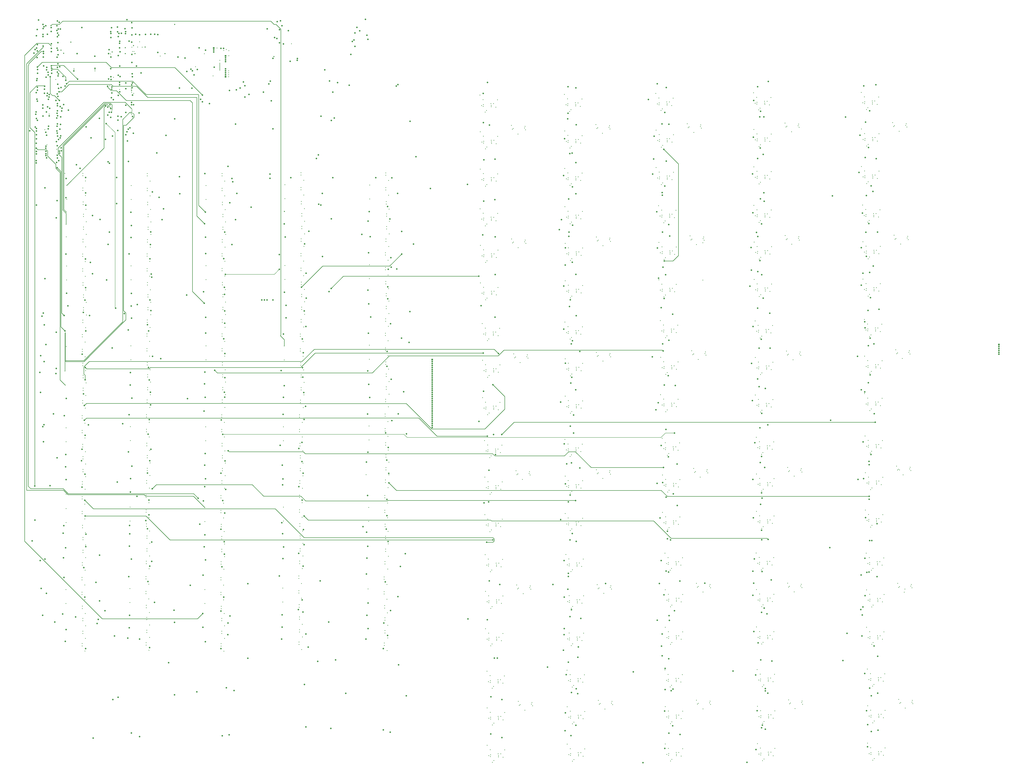
<source format=gbr>
%TF.GenerationSoftware,KiCad,Pcbnew,(6.99.0-3937-g3e53426b6c)*%
%TF.CreationDate,2024-12-16T03:44:04-05:00*%
%TF.ProjectId,AnalogFNN,416e616c-6f67-4464-9e4e-2e6b69636164,rev?*%
%TF.SameCoordinates,Original*%
%TF.FileFunction,Copper,L8,Inr*%
%TF.FilePolarity,Positive*%
%FSLAX46Y46*%
G04 Gerber Fmt 4.6, Leading zero omitted, Abs format (unit mm)*
G04 Created by KiCad (PCBNEW (6.99.0-3937-g3e53426b6c)) date 2024-12-16 03:44:04*
%MOMM*%
%LPD*%
G01*
G04 APERTURE LIST*
%TA.AperFunction,ComponentPad*%
%ADD10R,0.850000X0.850000*%
%TD*%
%TA.AperFunction,ComponentPad*%
%ADD11O,0.850000X0.850000*%
%TD*%
%TA.AperFunction,ViaPad*%
%ADD12C,0.400000*%
%TD*%
%TA.AperFunction,ViaPad*%
%ADD13C,0.800000*%
%TD*%
%TA.AperFunction,ViaPad*%
%ADD14C,0.600000*%
%TD*%
%TA.AperFunction,Conductor*%
%ADD15C,0.250000*%
%TD*%
%TA.AperFunction,Conductor*%
%ADD16C,0.200000*%
%TD*%
G04 APERTURE END LIST*
D10*
%TO.N,GND*%
%TO.C,SW1*%
X126899999Y-27699999D03*
D11*
%TO.N,Net-(SW1-B)*%
X126899999Y-28699999D03*
%TO.N,+3V3*%
X126899999Y-29699999D03*
%TD*%
D10*
%TO.N,-5V*%
%TO.C,J2*%
X132999999Y-42499999D03*
D11*
%TO.N,GND*%
X132999999Y-41499999D03*
%TO.N,+5V*%
X132999999Y-40499999D03*
%TO.N,GND*%
X132999999Y-39499999D03*
%TO.N,+3V3*%
X132999999Y-38499999D03*
%TD*%
D10*
%TO.N,GND*%
%TO.C,J1*%
X133031399Y-31767999D03*
D11*
%TO.N,/SWCLK*%
X133031399Y-32767999D03*
%TO.N,/SWDIO*%
X133031399Y-33767999D03*
%TO.N,+3V3*%
X133031399Y-34767999D03*
%TD*%
D10*
%TO.N,/L5_OUT1*%
%TO.C,J4*%
X532199999Y-180899999D03*
D11*
%TO.N,/L5_OUT2*%
X532199999Y-181899999D03*
%TO.N,/L5_OUT3*%
X532199999Y-182899999D03*
%TO.N,/L5_OUT4*%
X532199999Y-183899999D03*
%TO.N,/L5_OUT5*%
X532199999Y-184899999D03*
%TO.N,/L5_OUT6*%
X532199999Y-185899999D03*
%TD*%
D10*
%TO.N,/L1_IN1*%
%TO.C,J3*%
X239699999Y-188699999D03*
D11*
%TO.N,/L1_IN2*%
X239699999Y-189699999D03*
%TO.N,/L1_IN3*%
X239699999Y-190699999D03*
%TO.N,/L1_IN4*%
X239699999Y-191699999D03*
%TO.N,/L1_IN5*%
X239699999Y-192699999D03*
%TO.N,/L1_IN6*%
X239699999Y-193699999D03*
%TO.N,/L1_IN7*%
X239699999Y-194699999D03*
%TO.N,/L1_IN8*%
X239699999Y-195699999D03*
%TO.N,/L1_IN9*%
X239699999Y-196699999D03*
%TO.N,/L1_IN10*%
X239699999Y-197699999D03*
%TO.N,/L1_IN11*%
X239699999Y-198699999D03*
%TO.N,/L1_IN12*%
X239699999Y-199699999D03*
%TO.N,/L1_IN13*%
X239699999Y-200699999D03*
%TO.N,/L1_IN14*%
X239699999Y-201699999D03*
%TO.N,/L1_IN15*%
X239699999Y-202699999D03*
%TO.N,/L1_IN16*%
X239699999Y-203699999D03*
%TO.N,/L1_IN17*%
X239699999Y-204699999D03*
%TO.N,/L1_IN18*%
X239699999Y-205699999D03*
%TO.N,/L1_IN19*%
X239699999Y-206699999D03*
%TO.N,/L1_IN20*%
X239699999Y-207699999D03*
%TO.N,/L1_IN21*%
X239699999Y-208699999D03*
%TO.N,/L1_IN22*%
X239699999Y-209699999D03*
%TO.N,/L1_IN23*%
X239699999Y-210699999D03*
%TO.N,/L1_IN24*%
X239699999Y-211699999D03*
%TO.N,/L1_IN25*%
X239699999Y-212699999D03*
%TO.N,/L1_IN26*%
X239699999Y-213699999D03*
%TO.N,/L1_IN27*%
X239699999Y-214699999D03*
%TO.N,/L1_IN28*%
X239699999Y-215699999D03*
%TO.N,/L1_IN29*%
X239699999Y-216699999D03*
%TO.N,/L1_IN30*%
X239699999Y-217699999D03*
%TO.N,/L1_IN31*%
X239699999Y-218699999D03*
%TO.N,/L1_IN32*%
X239699999Y-219699999D03*
%TO.N,/L1_IN33*%
X239699999Y-220699999D03*
%TO.N,/L1_IN34*%
X239699999Y-221699999D03*
%TO.N,/L1_IN35*%
X239699999Y-222699999D03*
%TO.N,/L1_IN36*%
X239699999Y-223699999D03*
%TD*%
D12*
%TO.N,Net-(U3B-+)*%
X280578000Y-67636000D03*
X281094000Y-69686300D03*
%TO.N,Net-(C2-Pad2)*%
X283955000Y-72131800D03*
X287359000Y-69058400D03*
%TO.N,Net-(U7B-+)*%
X280678000Y-126336000D03*
X281194000Y-128386000D03*
%TO.N,Net-(C5-Pad2)*%
X287459000Y-127758000D03*
X284055000Y-130832000D03*
%TO.N,Net-(U11B-+)*%
X282237000Y-187723000D03*
X281722000Y-185672000D03*
%TO.N,Net-(C8-Pad2)*%
X285099000Y-190168000D03*
X288502000Y-187095000D03*
%TO.N,Net-(U15B-+)*%
X283429000Y-248111000D03*
X282913000Y-246061000D03*
%TO.N,Net-(C11-Pad2)*%
X286290000Y-250557000D03*
X289694000Y-247483000D03*
%TO.N,Net-(U19B-+)*%
X283794000Y-307086000D03*
X283278000Y-305036000D03*
%TO.N,Net-(C14-Pad2)*%
X286655000Y-309532000D03*
X290059000Y-306458000D03*
%TO.N,Net-(U23B-+)*%
X284164000Y-365225000D03*
X284679000Y-367275000D03*
%TO.N,Net-(C17-Pad2)*%
X290944000Y-366647000D03*
X287541000Y-369721000D03*
%TO.N,Net-(U27B-+)*%
X324178000Y-67236000D03*
X324694000Y-69286300D03*
%TO.N,Net-(C20-Pad2)*%
X327555000Y-71731800D03*
X330959000Y-68658400D03*
%TO.N,Net-(U31B-+)*%
X324944000Y-127350000D03*
X324429000Y-125300000D03*
%TO.N,Net-(C23-Pad2)*%
X331209000Y-126722000D03*
X327806000Y-129796000D03*
%TO.N,Net-(U36B-+)*%
X324429000Y-184900000D03*
X324944000Y-186950000D03*
%TO.N,Net-(C26-Pad2)*%
X331209000Y-186322000D03*
X327806000Y-189396000D03*
%TO.N,Net-(U40B-+)*%
X324909000Y-247575000D03*
X324394000Y-245525000D03*
%TO.N,Net-(C29-Pad2)*%
X331174000Y-246947000D03*
X327771000Y-250021000D03*
%TO.N,Net-(U44B-+)*%
X325394000Y-306986000D03*
X324878000Y-304936000D03*
%TO.N,Net-(C32-Pad2)*%
X331659000Y-306358000D03*
X328255000Y-309432000D03*
%TO.N,Net-(U48B-+)*%
X325480000Y-364664000D03*
X325995000Y-366714000D03*
%TO.N,Net-(C35-Pad2)*%
X332260000Y-366086000D03*
X328856000Y-369159000D03*
%TO.N,Net-(U51B-+)*%
X371844000Y-68850100D03*
X371329000Y-66799800D03*
%TO.N,Net-(C38-Pad2)*%
X378109000Y-68222200D03*
X374706000Y-71295600D03*
%TO.N,Net-(U55B-+)*%
X372743000Y-124763000D03*
X373259000Y-126813000D03*
%TO.N,Net-(C41-Pad2)*%
X379524000Y-126185000D03*
X376120000Y-129258000D03*
%TO.N,Net-(U59B-+)*%
X374181000Y-186152000D03*
X373666000Y-184102000D03*
%TO.N,Net-(C44-Pad2)*%
X380446000Y-185524000D03*
X377043000Y-188598000D03*
%TO.N,Net-(U63B-+)*%
X374629000Y-244900000D03*
X375144000Y-246950000D03*
%TO.N,Net-(C47-Pad2)*%
X381409000Y-246322000D03*
X378006000Y-249396000D03*
%TO.N,Net-(U67B-+)*%
X376594000Y-306286000D03*
X376078000Y-304236000D03*
%TO.N,Net-(C50-Pad2)*%
X379455000Y-308732000D03*
X382859000Y-305658000D03*
%TO.N,Net-(U71B-+)*%
X376579000Y-366619000D03*
X376064000Y-364569000D03*
%TO.N,Net-(C53-Pad2)*%
X382844000Y-365991000D03*
X379441000Y-369064000D03*
%TO.N,Net-(U75B-+)*%
X422299000Y-68504500D03*
X421783000Y-66454200D03*
%TO.N,Net-(C56-Pad2)*%
X425160000Y-70950000D03*
X428564000Y-67876600D03*
%TO.N,Net-(U79B-+)*%
X421929000Y-124600000D03*
X422444000Y-126650000D03*
%TO.N,Net-(C59-Pad2)*%
X425306000Y-129096000D03*
X428709000Y-126022000D03*
%TO.N,Net-(U83B-+)*%
X422583000Y-184254000D03*
X423099000Y-186305000D03*
%TO.N,Net-(C62-Pad2)*%
X429364000Y-185677000D03*
X425960000Y-188750000D03*
%TO.N,Net-(U87B-+)*%
X423189000Y-244400000D03*
X423704000Y-246450000D03*
%TO.N,Net-(C65-Pad2)*%
X426566000Y-248896000D03*
X429969000Y-245822000D03*
%TO.N,Net-(U91B-+)*%
X423164000Y-304125000D03*
X423679000Y-306175000D03*
%TO.N,Net-(C68-Pad2)*%
X426541000Y-308621000D03*
X429944000Y-305547000D03*
%TO.N,Net-(U95B-+)*%
X424144000Y-366450000D03*
X423629000Y-364400000D03*
%TO.N,Net-(C71-Pad2)*%
X430409000Y-365822000D03*
X427006000Y-368896000D03*
%TO.N,Net-(U99B-+)*%
X477894000Y-68286300D03*
X477378000Y-66236000D03*
%TO.N,Net-(C74-Pad2)*%
X484159000Y-67658400D03*
X480755000Y-70731800D03*
%TO.N,Net-(U103B-+)*%
X478078000Y-124436000D03*
X478594000Y-126486000D03*
%TO.N,Net-(C77-Pad2)*%
X481455000Y-128932000D03*
X484859000Y-125858000D03*
%TO.N,Net-(U107B-+)*%
X479499000Y-185604000D03*
X478983000Y-183553000D03*
%TO.N,Net-(C80-Pad2)*%
X482360000Y-188049000D03*
X485764000Y-184976000D03*
%TO.N,Net-(U111B-+)*%
X480886000Y-245638000D03*
X479881000Y-245752000D03*
X479366000Y-243702000D03*
%TO.N,Net-(C83-Pad2)*%
X486146000Y-245124000D03*
X482743000Y-248198000D03*
%TO.N,Net-(U115B-+)*%
X480495000Y-306314000D03*
X479980000Y-304264000D03*
%TO.N,Net-(U115C--)*%
X483700000Y-307200000D03*
%TO.N,Net-(C86-Pad2)*%
X486760000Y-305686000D03*
X483356000Y-308759000D03*
%TO.N,Net-(U119B-+)*%
X480513000Y-364149000D03*
X481029000Y-366199000D03*
%TO.N,Net-(C89-Pad2)*%
X487294000Y-365571000D03*
X483890000Y-368645000D03*
%TO.N,GND*%
X310573000Y-332476000D03*
X468693000Y-212209000D03*
X315189000Y-393319000D03*
X172150000Y-108250000D03*
X131200000Y-184150000D03*
X356514000Y-109163000D03*
X463073000Y-93776400D03*
X331700000Y-247800000D03*
X361628000Y-293515000D03*
X130730000Y-294350000D03*
X308309000Y-268186000D03*
X266128000Y-56915200D03*
X272479000Y-236455000D03*
X461299000Y-69572400D03*
X308165000Y-229925000D03*
X171230000Y-322750000D03*
X407333000Y-55733400D03*
X92200000Y-225880000D03*
X215750000Y-101050000D03*
X464678000Y-211094000D03*
X487000000Y-304800000D03*
X378300000Y-67400000D03*
X266373000Y-153876000D03*
X363381000Y-193433000D03*
X215650000Y-210450000D03*
X408739000Y-233679000D03*
X405699000Y-89115600D03*
X272993000Y-314367000D03*
X362458000Y-134093000D03*
X92600000Y-245980000D03*
X407549000Y-367736000D03*
X215950000Y-155750000D03*
X464434000Y-367485000D03*
X413194000Y-354794000D03*
X268084000Y-368561000D03*
X309251000Y-349064000D03*
X131025000Y-330145000D03*
X59025000Y-218845000D03*
X130630000Y-260150000D03*
X131130000Y-252550000D03*
X407400000Y-348800000D03*
D13*
X46600000Y-31200000D03*
D12*
X91940000Y-301940000D03*
D13*
X35700000Y-43500000D03*
D12*
X484400000Y-66800000D03*
X264449000Y-110736000D03*
X407109000Y-247736000D03*
X59525000Y-198027000D03*
X412904000Y-253730000D03*
X308349000Y-128636000D03*
X487500000Y-364700000D03*
X361778000Y-312451000D03*
X470223000Y-392804000D03*
X215325000Y-294245000D03*
X309395000Y-387325000D03*
X463895000Y-326925000D03*
X412879000Y-313455000D03*
X59225000Y-233745000D03*
X130000000Y-34100000D03*
X467788000Y-153092000D03*
X288000000Y-128600000D03*
D13*
X65600000Y-38200000D03*
D12*
X290300000Y-305600000D03*
D13*
X73800000Y-22300000D03*
D12*
X59325000Y-191827000D03*
X355244000Y-89461200D03*
X134700000Y-31700000D03*
X59323200Y-323510000D03*
X59525000Y-108545000D03*
X215290000Y-329850000D03*
X131610000Y-114850000D03*
X412874000Y-332780000D03*
X92925000Y-156345000D03*
X172350000Y-121050000D03*
X92340000Y-329640000D03*
X266829000Y-268722000D03*
X314139000Y-153955000D03*
X407079000Y-326786000D03*
X126600000Y-42100000D03*
X408883000Y-271940000D03*
X331900000Y-305500000D03*
X92300000Y-252480000D03*
X92200000Y-218280000D03*
X383400000Y-306500000D03*
X215525000Y-252145000D03*
X430200000Y-245000000D03*
X266228000Y-115615000D03*
X428900000Y-125200000D03*
X355249000Y-70136200D03*
X216150000Y-114550000D03*
D13*
X35600000Y-54100000D03*
D12*
X59125000Y-253045000D03*
X429600000Y-184800000D03*
X266273000Y-95176400D03*
X59225000Y-211127000D03*
X463773000Y-151976000D03*
X92400000Y-233180000D03*
X408888000Y-252615000D03*
X357586000Y-187438000D03*
X406504000Y-187591000D03*
X359999000Y-307572000D03*
X171150000Y-267450000D03*
X363231000Y-174496000D03*
X381000000Y-186400000D03*
D13*
X73800000Y-32400000D03*
D12*
X268463000Y-235340000D03*
X309400000Y-368000000D03*
X215225000Y-260045000D03*
X331500000Y-69500000D03*
X171550000Y-280950000D03*
X131210000Y-93750000D03*
X411644000Y-133930000D03*
D13*
X84700000Y-31000000D03*
D12*
X270244000Y-116730000D03*
X411639000Y-153255000D03*
X462904000Y-186890000D03*
X309878000Y-75451400D03*
X59323200Y-330110000D03*
X361763000Y-372784000D03*
D13*
X73700000Y-63500000D03*
D12*
X265493000Y-170072000D03*
X411498000Y-75784700D03*
X267194000Y-327697000D03*
X92226800Y-274780000D03*
X314588000Y-333592000D03*
X171150000Y-259850000D03*
X310123000Y-152840000D03*
X314139000Y-213555000D03*
X405849000Y-127936000D03*
X363376000Y-212758000D03*
X269858000Y-392765000D03*
X172125000Y-149945000D03*
X59000000Y-260640000D03*
X430200000Y-304700000D03*
X463281000Y-266363000D03*
X486400000Y-244300000D03*
X92725000Y-150145000D03*
X467644000Y-114830000D03*
X408858000Y-331665000D03*
X214990000Y-336350000D03*
X92340000Y-323040000D03*
X171030000Y-316550000D03*
X59525000Y-204627000D03*
X412899000Y-273055000D03*
X92820000Y-204250000D03*
X171730000Y-210850000D03*
X310128000Y-133515000D03*
X461294000Y-88897400D03*
X131030000Y-225950000D03*
X360894000Y-57194100D03*
X463286000Y-247038000D03*
X465529000Y-293543000D03*
X131625000Y-156245000D03*
X215625000Y-287745000D03*
X310428000Y-294215000D03*
X170930000Y-335850000D03*
X92525000Y-142845000D03*
X469076000Y-272358000D03*
X59725000Y-114745000D03*
X308314000Y-248861000D03*
X408278000Y-211795000D03*
X487800000Y-366400000D03*
X267049000Y-289436000D03*
X131410000Y-108650000D03*
X134600000Y-39500000D03*
X272628000Y-255392000D03*
X467093000Y-75566500D03*
X59325000Y-93645000D03*
X215625000Y-232845000D03*
X59425000Y-127845000D03*
X172350000Y-114450000D03*
X464429000Y-386810000D03*
X365793000Y-313567000D03*
X171630000Y-239450000D03*
X313744000Y-57630300D03*
X215550000Y-142250000D03*
X289100000Y-187900000D03*
X171925000Y-142645000D03*
X313994000Y-175294000D03*
X359365000Y-192317000D03*
X408283000Y-192470000D03*
X215750000Y-191150000D03*
X380700000Y-184700000D03*
X92140000Y-316840000D03*
X413339000Y-393055000D03*
X214890000Y-309750000D03*
X215950000Y-162350000D03*
X362453000Y-153418000D03*
X365629000Y-354963000D03*
X172030000Y-197750000D03*
X405844000Y-147261000D03*
X314109000Y-254855000D03*
X272988000Y-333692000D03*
X428800000Y-67000000D03*
X215825000Y-245645000D03*
X361614000Y-353848000D03*
X92925000Y-162945000D03*
D13*
X35300000Y-85900000D03*
D12*
X308200000Y-109700000D03*
D13*
X74100000Y-53400000D03*
D12*
X91940000Y-309540000D03*
D13*
X85000000Y-52000000D03*
D12*
X92126800Y-294080000D03*
X264349000Y-52036200D03*
X130830000Y-275050000D03*
X331400000Y-246100000D03*
X170830000Y-301650000D03*
X215550000Y-183850000D03*
X59650000Y-163050000D03*
X288800000Y-186200000D03*
X430900000Y-366700000D03*
X128600000Y-27700000D03*
X309979000Y-114579000D03*
X92825000Y-108645000D03*
X383100000Y-304800000D03*
X461994000Y-147097000D03*
X380100000Y-127000000D03*
X131430000Y-246050000D03*
X381600000Y-245500000D03*
X131030000Y-218350000D03*
X268973000Y-332576000D03*
X215950000Y-197350000D03*
X172325000Y-156145000D03*
X131030000Y-287850000D03*
X407478000Y-93994600D03*
X412729000Y-294519000D03*
X486300000Y-185800000D03*
X361773000Y-331776000D03*
X93025000Y-114845000D03*
X215750000Y-93450000D03*
X92625000Y-93745000D03*
X59400000Y-288340000D03*
X378600000Y-69100000D03*
X131210000Y-101350000D03*
X407479000Y-113879000D03*
X215290000Y-323250000D03*
X379800000Y-125300000D03*
X412149000Y-174649000D03*
X408133000Y-173533000D03*
X92426800Y-287580000D03*
X268613000Y-254276000D03*
D13*
X46200000Y-84500000D03*
D12*
X406499000Y-206916000D03*
X270393000Y-135667000D03*
X462754000Y-167953000D03*
X171230000Y-225950000D03*
X265638000Y-208334000D03*
X407084000Y-307461000D03*
X468931000Y-234096000D03*
X361758000Y-392109000D03*
X59400000Y-281740000D03*
X130725000Y-336645000D03*
X215950000Y-108350000D03*
X287892000Y-69922000D03*
X430600000Y-365000000D03*
X130630000Y-267750000D03*
X465060000Y-271242000D03*
X171330000Y-252550000D03*
D13*
X35400000Y-74600000D03*
D12*
X268978000Y-313251000D03*
X267199000Y-308372000D03*
X310123000Y-212440000D03*
X215625000Y-281145000D03*
X463778000Y-132651000D03*
X131325000Y-169345000D03*
X266684000Y-230461000D03*
D13*
X46300000Y-73200000D03*
D12*
X465679000Y-312479000D03*
X92620000Y-191450000D03*
X131310000Y-127950000D03*
X311029000Y-353943000D03*
X359984000Y-367905000D03*
X357028000Y-75015200D03*
X130825000Y-317345000D03*
D13*
X309700000Y-307300000D03*
D12*
X171630000Y-176650000D03*
X359216000Y-173381000D03*
X171830000Y-191550000D03*
X215650000Y-168850000D03*
X365779000Y-373899000D03*
X365644000Y-294630000D03*
X360328000Y-253115000D03*
X131225000Y-142745000D03*
X215950000Y-203950000D03*
X215750000Y-149550000D03*
D13*
X54700000Y-39600000D03*
D12*
X411349000Y-56848500D03*
X215550000Y-134650000D03*
X59023200Y-336610000D03*
X362309000Y-115157000D03*
X92600000Y-239380000D03*
X268608000Y-273601000D03*
X331400000Y-125900000D03*
X131200000Y-176550000D03*
X272623000Y-274717000D03*
X171950000Y-93350000D03*
X469545000Y-294658000D03*
X59123200Y-317310000D03*
X356879000Y-56079000D03*
X484700000Y-68500000D03*
X464533000Y-172832000D03*
X358443000Y-132978000D03*
X215425000Y-225545000D03*
X468549000Y-173948000D03*
X130625000Y-302445000D03*
X465674000Y-331804000D03*
X287587000Y-68194800D03*
X470228000Y-373479000D03*
X407623000Y-152140000D03*
X364194000Y-235294000D03*
X309944000Y-234804000D03*
X215550000Y-176250000D03*
X92820000Y-197650000D03*
X131230000Y-233250000D03*
X466213000Y-372364000D03*
X131430000Y-239450000D03*
X360179000Y-234179000D03*
X358400000Y-229300000D03*
X360323000Y-272440000D03*
X331700000Y-127600000D03*
X313959000Y-235919000D03*
X463137000Y-228102000D03*
X308649000Y-289336000D03*
X463078000Y-74451400D03*
X412298000Y-193585000D03*
X58923200Y-310010000D03*
X271437000Y-195003000D03*
X273729000Y-355619000D03*
X309979000Y-174179000D03*
X464916000Y-232981000D03*
X291500000Y-367500000D03*
D13*
X35400000Y-64100000D03*
D12*
X59125000Y-176927000D03*
X407628000Y-132815000D03*
X290200000Y-248300000D03*
X381900000Y-247200000D03*
X265643000Y-189009000D03*
X466944000Y-56630300D03*
X469081000Y-253033000D03*
D13*
X84800000Y-41000000D03*
D12*
X269863000Y-373440000D03*
X315045000Y-355058000D03*
X264599000Y-129672000D03*
X310128000Y-193115000D03*
X267421000Y-193888000D03*
X92420000Y-184150000D03*
X358293000Y-114042000D03*
X464284000Y-348549000D03*
X92026800Y-259880000D03*
X462928000Y-55515200D03*
X271432000Y-214328000D03*
X93025000Y-121445000D03*
X170830000Y-309250000D03*
X267416000Y-213213000D03*
X461149000Y-50636200D03*
X332200000Y-307200000D03*
X59325000Y-101245000D03*
X470079000Y-354543000D03*
X308344000Y-147961000D03*
D13*
X307855700Y-327600000D03*
D12*
X171350000Y-274750000D03*
X313888000Y-95891500D03*
X267935000Y-349625000D03*
X361044000Y-76130300D03*
X172025000Y-169245000D03*
X171230000Y-329350000D03*
X408863000Y-312340000D03*
X331200000Y-67800000D03*
X364344000Y-254230000D03*
X273879000Y-374555000D03*
X59725000Y-121345000D03*
X408714000Y-293404000D03*
X59100000Y-294840000D03*
X92026800Y-267480000D03*
X413344000Y-373730000D03*
X311174000Y-392204000D03*
X466208000Y-391689000D03*
X405554000Y-50854400D03*
X409179000Y-353679000D03*
X359994000Y-326897000D03*
X314144000Y-134630000D03*
X270388000Y-154992000D03*
X59350000Y-169550000D03*
X379384000Y-147589000D03*
X59250000Y-142950000D03*
X59425000Y-246545000D03*
X429900000Y-186500000D03*
X331800000Y-187200000D03*
X314593000Y-314267000D03*
X429100000Y-68700000D03*
X92625000Y-101345000D03*
X308200000Y-169300000D03*
X215090000Y-317050000D03*
X314104000Y-274180000D03*
X289900000Y-246600000D03*
X171630000Y-184250000D03*
X308094000Y-89897400D03*
X462899000Y-206215000D03*
X59025000Y-226445000D03*
X268079000Y-387886000D03*
X131025000Y-323545000D03*
X59125000Y-184527000D03*
X59450000Y-150250000D03*
X268828000Y-294315000D03*
X131600000Y-204250000D03*
X271288000Y-176067000D03*
X364339000Y-273555000D03*
X171250000Y-294050000D03*
X406935000Y-288525000D03*
X291200000Y-365800000D03*
D13*
X46500000Y-52700000D03*
D12*
X215225000Y-267645000D03*
X92420000Y-176550000D03*
X131425000Y-150045000D03*
X359360000Y-211642000D03*
X379389000Y-128264000D03*
X270293000Y-76966500D03*
X264494000Y-90297400D03*
X467793000Y-133767000D03*
X131400000Y-191450000D03*
X485400000Y-126700000D03*
X215425000Y-274945000D03*
X466063000Y-353428000D03*
X409328000Y-372615000D03*
X358438000Y-152303000D03*
X356664000Y-128099000D03*
X355100000Y-51200000D03*
X269714000Y-354504000D03*
X411494000Y-114994000D03*
X266834000Y-249397000D03*
X266278000Y-75851400D03*
X92525000Y-135245000D03*
X365774000Y-393224000D03*
X487300000Y-306500000D03*
X461849000Y-108836000D03*
X131225000Y-135145000D03*
X407104000Y-267061000D03*
X215825000Y-239045000D03*
X310578000Y-313151000D03*
X412293000Y-212910000D03*
X383100000Y-365100000D03*
X59650000Y-156450000D03*
X313994000Y-115694000D03*
X309728000Y-56515200D03*
X290600000Y-307300000D03*
X216150000Y-121150000D03*
X307949000Y-51636200D03*
X405700000Y-109000000D03*
X430500000Y-306400000D03*
X273874000Y-393880000D03*
X469689000Y-332919000D03*
X131625000Y-162845000D03*
X172325000Y-162745000D03*
X131600000Y-197650000D03*
X313893000Y-76566500D03*
X331500000Y-185500000D03*
X429200000Y-126900000D03*
D13*
X35400000Y-21400000D03*
D12*
X356659000Y-147424000D03*
D13*
X84700000Y-20900000D03*
D12*
X358549000Y-248236000D03*
X272844000Y-295430000D03*
X311179000Y-372879000D03*
X468698000Y-192884000D03*
X310088000Y-273065000D03*
X407544000Y-387061000D03*
X463900000Y-307600000D03*
X310093000Y-253740000D03*
X409323000Y-391940000D03*
X287700000Y-126900000D03*
X464683000Y-191769000D03*
D13*
X46600000Y-42100000D03*
D12*
X467088000Y-94891500D03*
X171925000Y-135045000D03*
X58923200Y-302410000D03*
X130625000Y-310045000D03*
X172030000Y-204350000D03*
X215425000Y-217945000D03*
X171950000Y-100950000D03*
X131610000Y-121450000D03*
X463751000Y-288664000D03*
X59425000Y-239945000D03*
X264594000Y-148997000D03*
X267272000Y-174951000D03*
X214890000Y-302150000D03*
X411493000Y-95109700D03*
X314444000Y-295330000D03*
X469694000Y-313594000D03*
X314144000Y-194230000D03*
X359979000Y-387230000D03*
X407483000Y-74669600D03*
X332800000Y-366900000D03*
X357437000Y-168502000D03*
X270144000Y-58030300D03*
D13*
X46300000Y-62700000D03*
D12*
X357023000Y-94340200D03*
X134600000Y-41500000D03*
X359849000Y-288636000D03*
X309873000Y-94776400D03*
X92625000Y-169445000D03*
X59250000Y-135350000D03*
X406354000Y-168654000D03*
X171550000Y-287550000D03*
X266378000Y-134551000D03*
X84600000Y-62100000D03*
X486000000Y-184100000D03*
X463628000Y-113715000D03*
X122100000Y-30700000D03*
X92426800Y-280980000D03*
X405704000Y-69790600D03*
X75200000Y-42900000D03*
X357581000Y-206763000D03*
X486700000Y-246000000D03*
X308349000Y-188236000D03*
X358544000Y-267561000D03*
X361039000Y-95455300D03*
X308344000Y-207561000D03*
X131300000Y-210750000D03*
X430500000Y-246700000D03*
X270288000Y-96291500D03*
X171630000Y-246050000D03*
X485100000Y-125000000D03*
X365788000Y-332892000D03*
X308099000Y-70572400D03*
X131030000Y-281250000D03*
X461999000Y-127772000D03*
X359835000Y-348969000D03*
X465065000Y-251917000D03*
X59000000Y-268240000D03*
X264499000Y-70972400D03*
X59200000Y-275540000D03*
X92725000Y-127945000D03*
X332500000Y-365200000D03*
X92520000Y-210750000D03*
X172050000Y-127550000D03*
X171430000Y-233250000D03*
X412754000Y-234794000D03*
D13*
X46300000Y-20000000D03*
D12*
X383400000Y-366800000D03*
X215850000Y-127650000D03*
X117500000Y-37400000D03*
D13*
X35700000Y-32600000D03*
D12*
X406960000Y-228800000D03*
X315194000Y-373994000D03*
X92040000Y-336140000D03*
X171230000Y-218350000D03*
D13*
%TO.N,/Neuron6_1/IN1*%
X306441100Y-116352700D03*
X307831500Y-232188300D03*
X308885400Y-351356200D03*
X307549500Y-172915900D03*
X307752100Y-292436000D03*
%TO.N,/Neuron6_1/IN2*%
X309073900Y-242511000D03*
X312042600Y-178940500D03*
X309998400Y-299092000D03*
X312173400Y-119246500D03*
X309766500Y-61392000D03*
X313985000Y-358642500D03*
%TO.N,/Neuron6_1/IN3*%
X307828400Y-311372000D03*
X308400000Y-371100000D03*
X308005100Y-74491400D03*
X308440200Y-252799300D03*
X308429400Y-130894500D03*
X308429000Y-190529700D03*
%TO.N,/Neuron6_1/IN4*%
X311900000Y-82000000D03*
X311749000Y-197779600D03*
X311600300Y-317887900D03*
X310906000Y-258617000D03*
X313828400Y-377539900D03*
X311991700Y-138407600D03*
X305300000Y-121500000D03*
%TO.N,/Neuron6_1/IN5*%
X306011800Y-210594000D03*
X307400000Y-338800000D03*
X307794000Y-330697000D03*
X306011800Y-271286000D03*
X307621700Y-150640400D03*
X307497000Y-93546300D03*
%TO.N,/Neuron6_1/IN6*%
X312695800Y-217237400D03*
X311991700Y-278458000D03*
X315100000Y-337100000D03*
X312100000Y-99421900D03*
X310936000Y-157717000D03*
%TO.N,/Neuron6_1/OUT*%
X357839200Y-292430000D03*
X351249000Y-54300000D03*
X357837600Y-233007300D03*
X355605800Y-112263000D03*
X359906900Y-348138900D03*
%TO.N,/Neuron6_10/IN2*%
X361587900Y-238866300D03*
X359717900Y-61008500D03*
X364000200Y-358864300D03*
X361705900Y-298392000D03*
X361809900Y-118932000D03*
X361824200Y-178658000D03*
%TO.N,/Neuron6_10/IN3*%
X359681800Y-370196800D03*
X359349000Y-310137300D03*
X354249000Y-73236200D03*
X358629400Y-252153800D03*
X353270500Y-187222500D03*
X355903000Y-130976500D03*
%TO.N,/Neuron6_10/IN4*%
X363817500Y-377779100D03*
X359200000Y-80000000D03*
X364153500Y-258000000D03*
X364738200Y-318329500D03*
X355750100Y-252602600D03*
X361536200Y-196991500D03*
X359457600Y-137707000D03*
%TO.N,/Neuron6_10/IN5*%
X356930400Y-304292000D03*
X359760800Y-389522500D03*
X358398400Y-330354000D03*
X329187100Y-304292000D03*
X356324500Y-210959000D03*
X357276800Y-270474000D03*
X356560300Y-146601200D03*
X353516200Y-92830000D03*
%TO.N,/Neuron6_10/IN6*%
X355159300Y-214586000D03*
X359722900Y-98993100D03*
X348475200Y-396826100D03*
X358035000Y-336653000D03*
X359435400Y-157060400D03*
X361136000Y-277317000D03*
X343485300Y-349914700D03*
%TO.N,/Neuron6_13/IN1*%
X405240000Y-112821100D03*
X406624200Y-351584200D03*
X405936200Y-291626200D03*
X405277400Y-171589300D03*
X406205200Y-231605200D03*
X405634400Y-54793400D03*
%TO.N,/Neuron6_13/IN2*%
X409935200Y-298157900D03*
X409663400Y-238668000D03*
X409547400Y-178195500D03*
X409184400Y-60391900D03*
X411611100Y-358556000D03*
X409673400Y-118531000D03*
%TO.N,/Neuron6_13/IN3*%
X405245100Y-310394000D03*
X404244300Y-130754000D03*
X404546600Y-190634000D03*
X405498600Y-73736800D03*
X407385600Y-370028800D03*
X405245100Y-250514000D03*
%TO.N,/Neuron6_10/OUT*%
X411073100Y-316991000D03*
X407670100Y-198618000D03*
X409663400Y-257492000D03*
X410141000Y-377492000D03*
X409000000Y-79315100D03*
X408808100Y-137538400D03*
%TO.N,/Neuron6_11/OUT*%
X405047900Y-92756500D03*
X405694100Y-329151100D03*
X380426000Y-304172000D03*
X405451500Y-270395700D03*
X403683500Y-150714000D03*
X404916300Y-209836000D03*
X406779900Y-390046900D03*
X405658800Y-304172000D03*
%TO.N,/Neuron6_12/OUT*%
X410533000Y-156924200D03*
X409757800Y-216459200D03*
X407900000Y-335000000D03*
X409708000Y-276805000D03*
X402125300Y-396657100D03*
X411020500Y-106889900D03*
X394948200Y-349551800D03*
%TO.N,/Neuron6_13/OUT*%
X463084633Y-172193672D03*
X463060800Y-291259200D03*
X461800000Y-113000000D03*
X462140200Y-231202000D03*
X462947900Y-350772900D03*
X462955500Y-169100000D03*
%TO.N,/Neuron6_14/OUT*%
X465754100Y-177570800D03*
X465046500Y-118376700D03*
X465475800Y-358305000D03*
X465165700Y-298420000D03*
X466137200Y-237716500D03*
X465475800Y-60168900D03*
%TO.N,/Neuron6_15/OUT*%
X463119300Y-310571800D03*
X459201000Y-186936900D03*
X463859700Y-370010200D03*
X461186000Y-130872000D03*
X462373900Y-250138000D03*
X460537000Y-72780300D03*
%TO.N,/Neuron6_16/OUT*%
X462007400Y-316382000D03*
X459495900Y-250514000D03*
X464449500Y-377229000D03*
X465716700Y-196514100D03*
X464860400Y-79122000D03*
X463798200Y-135292400D03*
%TO.N,/Neuron6_17/OUT*%
X461168000Y-150197000D03*
X460007100Y-91997400D03*
X462990400Y-205378500D03*
X444900400Y-285799600D03*
X453845000Y-330025000D03*
X463361400Y-270277400D03*
X461493600Y-331400000D03*
X464400000Y-388600000D03*
%TO.N,/Neuron6_18/OUT*%
X466279100Y-98907200D03*
X467843400Y-216582000D03*
X467800000Y-336600000D03*
X465876300Y-156628100D03*
X469300000Y-273400000D03*
D12*
%TO.N,-5V*%
X470076000Y-353834000D03*
X412752000Y-234085000D03*
X271435000Y-194294000D03*
X272841000Y-294722000D03*
X315043000Y-354349000D03*
X412727000Y-293810000D03*
X271430000Y-213619000D03*
X360892000Y-56485400D03*
X314141000Y-193522000D03*
X364341000Y-253522000D03*
X314106000Y-254147000D03*
X313886000Y-95182800D03*
X413336000Y-392347000D03*
X413341000Y-373022000D03*
X411491000Y-94401000D03*
X468546000Y-173239000D03*
X272476000Y-235747000D03*
X466941000Y-55921600D03*
X315192000Y-373285000D03*
X363229000Y-173788000D03*
X270386000Y-154283000D03*
X469687000Y-332210000D03*
X467786000Y-152383000D03*
X273727000Y-354910000D03*
X470226000Y-372771000D03*
X134600000Y-42500000D03*
X412871000Y-332072000D03*
X362451000Y-152709000D03*
X273871000Y-393172000D03*
X363378000Y-192724000D03*
X365791000Y-312858000D03*
X365641000Y-293922000D03*
X314591000Y-313558000D03*
X411641000Y-133222000D03*
X314141000Y-133922000D03*
X412296000Y-192876000D03*
X412901000Y-253022000D03*
X469543000Y-293949000D03*
X361036000Y-94746600D03*
X468929000Y-233388000D03*
X314136000Y-153247000D03*
X412876000Y-312747000D03*
X313741000Y-56921600D03*
X413192000Y-354085000D03*
X314101000Y-273472000D03*
X313957000Y-235210000D03*
X467791000Y-133058000D03*
X270291000Y-76257800D03*
X362306000Y-114448000D03*
X271285000Y-175358000D03*
X365627000Y-354254000D03*
X314441000Y-294622000D03*
X469073000Y-271649000D03*
X313992000Y-174585000D03*
X270241000Y-116022000D03*
X470221000Y-392096000D03*
X469078000Y-252324000D03*
X314586000Y-332883000D03*
X270286000Y-95582800D03*
X313992000Y-114985000D03*
X272626000Y-254683000D03*
X469692000Y-312885000D03*
X467641000Y-114122000D03*
X364336000Y-272847000D03*
X272986000Y-332983000D03*
X412146000Y-173940000D03*
X361041000Y-75421600D03*
X365786000Y-332183000D03*
X362456000Y-133384000D03*
X364192000Y-234585000D03*
X273876000Y-373847000D03*
X467091000Y-74857800D03*
X411346000Y-56139800D03*
X467086000Y-94182800D03*
X412896000Y-272347000D03*
X411636000Y-152547000D03*
X468691000Y-211500000D03*
X314136000Y-212847000D03*
X315187000Y-392610000D03*
X412291000Y-212201000D03*
X272991000Y-313658000D03*
X272621000Y-274008000D03*
X270141000Y-57321600D03*
X411496000Y-75076000D03*
X270391000Y-134958000D03*
X313891000Y-75857800D03*
X365771000Y-392516000D03*
X363373000Y-212049000D03*
X411492000Y-114285000D03*
X468696000Y-192175000D03*
X365776000Y-373190000D03*
%TO.N,+5V*%
X60400000Y-270940000D03*
X374604000Y-185728000D03*
X92200000Y-224680000D03*
X171950000Y-99750000D03*
X132900000Y-242100000D03*
X93800000Y-290100000D03*
X61100000Y-159100000D03*
X61125000Y-117445000D03*
X93440000Y-338740000D03*
X93800000Y-332200000D03*
X59100000Y-293540000D03*
X359358000Y-272923000D03*
X132500000Y-283900000D03*
X94500000Y-117500000D03*
X407312000Y-212277000D03*
X93340000Y-304640000D03*
X216900000Y-277400000D03*
X60525000Y-187227000D03*
X171330000Y-251250000D03*
X406663000Y-133298000D03*
X481452000Y-365774000D03*
X359214000Y-234662000D03*
X60800000Y-194300000D03*
X217050000Y-171450000D03*
X92625000Y-92545000D03*
X131030000Y-286650000D03*
X310209000Y-392687000D03*
D13*
X46400000Y-46400000D03*
D12*
X215525000Y-250845000D03*
X216700000Y-325900000D03*
X422867000Y-126225000D03*
X462663000Y-114198000D03*
X131625000Y-155045000D03*
X132800000Y-248600000D03*
X132500000Y-326200000D03*
X60700000Y-278000000D03*
X173325000Y-145345000D03*
X132710000Y-130550000D03*
X173800000Y-123700000D03*
X217400000Y-110900000D03*
X215625000Y-286545000D03*
X131030000Y-224750000D03*
X59650000Y-155250000D03*
X59200000Y-274240000D03*
X356058000Y-94822800D03*
X94398100Y-158993000D03*
X284217000Y-306662000D03*
X171730000Y-209550000D03*
X215425000Y-216745000D03*
X60800000Y-326200000D03*
X360807000Y-332259000D03*
X173000000Y-290100000D03*
X92820000Y-196450000D03*
X215550000Y-141050000D03*
X216925000Y-254745000D03*
X215625000Y-231545000D03*
X480304000Y-245328000D03*
X171230000Y-328150000D03*
X215750000Y-189850000D03*
X424567000Y-366025000D03*
X464709000Y-332287000D03*
X171230000Y-224750000D03*
X172900000Y-235700000D03*
X171230000Y-321550000D03*
X58923200Y-308810000D03*
X172550000Y-270150000D03*
X268893000Y-393248000D03*
X173300000Y-194000000D03*
X60825000Y-130445000D03*
X92426800Y-279780000D03*
X59350000Y-168250000D03*
X216950000Y-178950000D03*
X61000000Y-200700000D03*
X360812000Y-312934000D03*
X171150000Y-258650000D03*
X173000000Y-283600000D03*
X479017000Y-126062000D03*
X130625000Y-301245000D03*
X59123200Y-316010000D03*
X170930000Y-334550000D03*
X58923200Y-301210000D03*
X377017000Y-305862000D03*
X59323200Y-328910000D03*
X407898000Y-312823000D03*
X132725000Y-171945000D03*
X92420000Y-175350000D03*
X217000000Y-283800000D03*
X217300000Y-164900000D03*
X215290000Y-328650000D03*
X60400000Y-263340000D03*
X131225000Y-141545000D03*
X215825000Y-237845000D03*
X173130000Y-213450000D03*
X92426800Y-286380000D03*
X355914000Y-56561600D03*
X217300000Y-248200000D03*
X309163000Y-193598000D03*
X267647000Y-254759000D03*
X92525000Y-134045000D03*
X131600000Y-196450000D03*
X217050000Y-213050000D03*
X132300000Y-319800000D03*
X359363000Y-253598000D03*
X131610000Y-113650000D03*
X94000000Y-248500000D03*
X61125000Y-123945000D03*
X131025000Y-328945000D03*
X406658000Y-152623000D03*
X132430000Y-228650000D03*
X59325000Y-92445000D03*
X172325000Y-154945000D03*
X465247000Y-372847000D03*
X465242000Y-392172000D03*
X92625000Y-168145000D03*
X133000000Y-206800000D03*
X173325000Y-137745000D03*
X94300000Y-111100000D03*
X173700000Y-152400000D03*
X171150000Y-266250000D03*
X60650000Y-138050000D03*
X171630000Y-244850000D03*
D13*
X46500000Y-24900000D03*
D12*
X92925000Y-155145000D03*
D13*
X46100000Y-78200000D03*
D12*
X60323200Y-312710000D03*
X92525000Y-141645000D03*
X172630000Y-228650000D03*
X94100000Y-242000000D03*
X217400000Y-206500000D03*
X171350000Y-273450000D03*
X132025000Y-305145000D03*
X357328000Y-114524000D03*
X130625000Y-308845000D03*
X215225000Y-266445000D03*
X172325000Y-161545000D03*
X266456000Y-194370000D03*
X93925000Y-137945000D03*
X94100000Y-193900000D03*
X217150000Y-96150000D03*
X59225000Y-209827000D03*
X60423200Y-339210000D03*
X172030000Y-196550000D03*
X59023200Y-335310000D03*
X132030000Y-262850000D03*
X93820000Y-186850000D03*
X309163000Y-133998000D03*
X406514000Y-114362000D03*
X93800000Y-325700000D03*
X172650000Y-296650000D03*
X131610000Y-120250000D03*
X59725000Y-120145000D03*
X94300000Y-200300000D03*
X92925000Y-161745000D03*
X309158000Y-212923000D03*
X308912000Y-75934000D03*
X132125000Y-339245000D03*
X424127000Y-246025000D03*
X462107000Y-94259000D03*
X132800000Y-193900000D03*
X133000000Y-165400000D03*
X94500000Y-124000000D03*
X91940000Y-300740000D03*
X60925000Y-111045000D03*
X92820000Y-203050000D03*
X131300000Y-209450000D03*
X93340000Y-312240000D03*
X171630000Y-175450000D03*
X215750000Y-92250000D03*
X132300000Y-277500000D03*
X217150000Y-103750000D03*
X308763000Y-56997800D03*
X132500000Y-332700000D03*
X309128000Y-254223000D03*
X60500000Y-297440000D03*
D13*
X84500000Y-55800000D03*
D12*
X424102000Y-305750000D03*
X131230000Y-231950000D03*
X132900000Y-152500000D03*
X59000000Y-259440000D03*
X358251000Y-173864000D03*
X93600000Y-220980000D03*
X463951000Y-233464000D03*
X173800000Y-165300000D03*
X60725000Y-103945000D03*
X215850000Y-126350000D03*
X130825000Y-316045000D03*
X215225000Y-258845000D03*
X478317000Y-67861600D03*
X358400000Y-192800000D03*
X92140000Y-315540000D03*
X356063000Y-75497800D03*
X132600000Y-179250000D03*
X92725000Y-148845000D03*
X214890000Y-308550000D03*
X93700000Y-255080000D03*
X172150000Y-106950000D03*
X94025000Y-96445000D03*
X215825000Y-244445000D03*
X60900000Y-152700000D03*
X131210000Y-92550000D03*
X92026800Y-266280000D03*
X215950000Y-107050000D03*
X358395000Y-212125000D03*
X325332000Y-247150000D03*
X60425000Y-229145000D03*
X171950000Y-92150000D03*
X130730000Y-293050000D03*
D13*
X84900000Y-45700000D03*
D12*
X216950000Y-137350000D03*
X360663000Y-293998000D03*
X215325000Y-292945000D03*
X132700000Y-213350000D03*
X461963000Y-55997800D03*
X479922000Y-185179000D03*
X60525000Y-255645000D03*
X92300000Y-251180000D03*
X407923000Y-253098000D03*
X131200000Y-175350000D03*
X216825000Y-220645000D03*
X173030000Y-186950000D03*
X130830000Y-273750000D03*
X406368000Y-56216000D03*
X92200000Y-217080000D03*
X131030000Y-280050000D03*
X215425000Y-224345000D03*
X132130000Y-296950000D03*
X59323200Y-322310000D03*
X93800000Y-277200000D03*
X407168000Y-174016000D03*
D13*
X84600000Y-14600000D03*
D12*
X60625000Y-213727000D03*
X377002000Y-366194000D03*
X170830000Y-308050000D03*
X131410000Y-107350000D03*
X281517000Y-69261600D03*
X59325000Y-190527000D03*
X267863000Y-294798000D03*
X173700000Y-110700000D03*
X93920000Y-213350000D03*
X326418000Y-366289000D03*
X265407000Y-154359000D03*
X132610000Y-96450000D03*
X133000000Y-117500000D03*
X92600000Y-244780000D03*
X173030000Y-179350000D03*
X59250000Y-141750000D03*
X92520000Y-209450000D03*
X59325000Y-100045000D03*
D13*
X65500000Y-31900000D03*
D12*
X325367000Y-186525000D03*
X59525000Y-203427000D03*
X94400000Y-165500000D03*
X215290000Y-322050000D03*
X215550000Y-182650000D03*
X131030000Y-217150000D03*
X360793000Y-392592000D03*
X215950000Y-196150000D03*
X173000000Y-242200000D03*
X93025000Y-113645000D03*
X91940000Y-308340000D03*
D13*
X84700000Y-35200000D03*
D12*
X172600000Y-325400000D03*
X215950000Y-154550000D03*
X325117000Y-68861600D03*
X92620000Y-190150000D03*
X172330000Y-338450000D03*
X92126800Y-292780000D03*
X132500000Y-290400000D03*
D13*
X84600000Y-24700000D03*
D12*
X172125000Y-148645000D03*
X266307000Y-175434000D03*
X59400000Y-280540000D03*
X375567000Y-246525000D03*
X93700000Y-319300000D03*
X357477000Y-133461000D03*
X216950000Y-186550000D03*
X131025000Y-322345000D03*
X92600000Y-238180000D03*
X133100000Y-124000000D03*
X462812000Y-133134000D03*
X309014000Y-174662000D03*
X92040000Y-334840000D03*
D13*
X173000000Y-319046700D03*
D12*
X172025000Y-167945000D03*
X214990000Y-335050000D03*
X464100000Y-252400000D03*
X408363000Y-373098000D03*
D13*
X46200000Y-66900000D03*
D12*
X172230000Y-311950000D03*
X282660000Y-187298000D03*
X172630000Y-221050000D03*
X408214000Y-354162000D03*
X173350000Y-103650000D03*
X309607000Y-332959000D03*
X408358000Y-392423000D03*
X131430000Y-244850000D03*
D13*
X46500000Y-35800000D03*
D12*
X265163000Y-57397800D03*
X215425000Y-273645000D03*
X60800000Y-249100000D03*
X92226800Y-273480000D03*
X94200000Y-206800000D03*
X171830000Y-190250000D03*
X407918000Y-272423000D03*
X59025000Y-225245000D03*
X93426800Y-270180000D03*
X310214000Y-373362000D03*
X172050000Y-126250000D03*
X171630000Y-238250000D03*
X132025000Y-312745000D03*
X325367000Y-126925000D03*
X216625000Y-270345000D03*
X61200000Y-165600000D03*
X216700000Y-332400000D03*
X360798000Y-373267000D03*
X92400000Y-231880000D03*
X60425000Y-221545000D03*
X309014000Y-115062000D03*
X60900000Y-207200000D03*
X171430000Y-231950000D03*
X133000000Y-158900000D03*
X265312000Y-76334000D03*
X132530000Y-255150000D03*
X60725000Y-96345000D03*
X93426800Y-262580000D03*
X93820000Y-179250000D03*
X216290000Y-304850000D03*
X60700000Y-332700000D03*
X60525000Y-179627000D03*
X217500000Y-123700000D03*
X172350000Y-113250000D03*
X171550000Y-286350000D03*
X217200000Y-193600000D03*
X216600000Y-319500000D03*
X171630000Y-183050000D03*
X464714000Y-312962000D03*
X173500000Y-206900000D03*
X268749000Y-354987000D03*
X59025000Y-217645000D03*
X281617000Y-127962000D03*
X131325000Y-168045000D03*
X216150000Y-119950000D03*
X217400000Y-200000000D03*
X59450000Y-148950000D03*
X171250000Y-292750000D03*
X215550000Y-175050000D03*
X215950000Y-161150000D03*
X215950000Y-202750000D03*
X214890000Y-300950000D03*
X92340000Y-321840000D03*
X407317000Y-192952000D03*
X172800000Y-277200000D03*
X92026800Y-258680000D03*
X216150000Y-113350000D03*
X132700000Y-235800000D03*
X92625000Y-100145000D03*
X173450000Y-130150000D03*
X171925000Y-141445000D03*
X59000000Y-267040000D03*
X132600000Y-186850000D03*
X93900000Y-283600000D03*
X268898000Y-373923000D03*
X60650000Y-145650000D03*
X131130000Y-251250000D03*
X171925000Y-133845000D03*
X422722000Y-68079800D03*
X283852000Y-247687000D03*
X216825000Y-228245000D03*
D13*
X46200000Y-13700000D03*
D12*
X132430000Y-221050000D03*
X215650000Y-167550000D03*
X59425000Y-238745000D03*
X93925000Y-145545000D03*
X132610000Y-104050000D03*
X285102000Y-366850000D03*
X406517000Y-75152200D03*
X130630000Y-266550000D03*
X59425000Y-245345000D03*
X59250000Y-134150000D03*
X172700000Y-331900000D03*
X372267000Y-68425400D03*
X265412000Y-135034000D03*
X131310000Y-126650000D03*
X407893000Y-332148000D03*
X463568000Y-173315000D03*
X309612000Y-313634000D03*
X173000000Y-248700000D03*
X59400000Y-287140000D03*
X172030000Y-203150000D03*
X309123000Y-273548000D03*
X131430000Y-238250000D03*
X423522000Y-185880000D03*
X216390000Y-338950000D03*
X265263000Y-116098000D03*
X131400000Y-190150000D03*
X308979000Y-235287000D03*
X267498000Y-235823000D03*
X310064000Y-354425000D03*
X325817000Y-306562000D03*
X217300000Y-241700000D03*
X268012000Y-313734000D03*
X357472000Y-152786000D03*
X373682000Y-126388000D03*
X463712000Y-211576000D03*
X407749000Y-293887000D03*
X216950000Y-144950000D03*
X216625000Y-262745000D03*
X59125000Y-175727000D03*
X94025000Y-104045000D03*
X92825000Y-107345000D03*
X60800000Y-242600000D03*
X464095000Y-271725000D03*
X215090000Y-315750000D03*
X60323200Y-305110000D03*
X173350000Y-96050000D03*
X60800000Y-290900000D03*
X60800000Y-284400000D03*
X134596000Y-40496100D03*
X131425000Y-148745000D03*
X59525000Y-196827000D03*
X172730000Y-255150000D03*
X465098000Y-353911000D03*
X132625000Y-137845000D03*
X406512000Y-94477200D03*
X172230000Y-304350000D03*
X132625000Y-145445000D03*
X463717000Y-192251000D03*
X131600000Y-203050000D03*
X131225000Y-133945000D03*
X464564000Y-294025000D03*
X215550000Y-133450000D03*
X215650000Y-209150000D03*
X130725000Y-335345000D03*
X217600000Y-117200000D03*
X171230000Y-217150000D03*
X462112000Y-74934000D03*
X130630000Y-258950000D03*
X462807000Y-152459000D03*
X173425000Y-171845000D03*
X265307000Y-95659000D03*
X407774000Y-234162000D03*
X59425000Y-126545000D03*
X171030000Y-315250000D03*
X216290000Y-312450000D03*
X268007000Y-333059000D03*
X173800000Y-158800000D03*
X60700000Y-236200000D03*
X173800000Y-117200000D03*
X266451000Y-213695000D03*
X131200000Y-182950000D03*
X309463000Y-294698000D03*
X217000000Y-235400000D03*
X59725000Y-113545000D03*
X132030000Y-270450000D03*
X59125000Y-183327000D03*
X93900000Y-235600000D03*
X217300000Y-158400000D03*
X173600000Y-200400000D03*
X59525000Y-107245000D03*
D13*
X46200000Y-56400000D03*
D12*
X172350000Y-119850000D03*
X170830000Y-300450000D03*
X60600000Y-319800000D03*
X92340000Y-328440000D03*
X215625000Y-279945000D03*
X59125000Y-251745000D03*
X132800000Y-111200000D03*
X217250000Y-130250000D03*
X94200000Y-152600000D03*
X59225000Y-232445000D03*
X59650000Y-161850000D03*
X60750000Y-172150000D03*
X217200000Y-152000000D03*
X267642000Y-274084000D03*
X172550000Y-262550000D03*
X309158000Y-153323000D03*
X215750000Y-99850000D03*
X480918000Y-305889000D03*
X92420000Y-182950000D03*
X94025000Y-172045000D03*
X308907000Y-95259000D03*
X217100000Y-290300000D03*
X92725000Y-126645000D03*
X215750000Y-148250000D03*
X93526800Y-296680000D03*
X93025000Y-120245000D03*
X133000000Y-200300000D03*
X216725000Y-296845000D03*
X94125000Y-130545000D03*
X171550000Y-279750000D03*
X93600000Y-228580000D03*
X131625000Y-161645000D03*
X360649000Y-354330000D03*
X131210000Y-100150000D03*
%TO.N,Net-(Q1A-S1)*%
X266199000Y-76783500D03*
X266099000Y-73272400D03*
%TO.N,Net-(Q1B-G2)*%
X267899000Y-78872400D03*
X273499000Y-73372400D03*
%TO.N,Net-(Q2A-S1)*%
X266194000Y-96108500D03*
X266094000Y-92597400D03*
%TO.N,Net-(Q2B-G2)*%
X273494000Y-92697400D03*
X267894000Y-98197400D03*
%TO.N,Net-(Q3A-S1)*%
X265949000Y-54336200D03*
X266049000Y-57847300D03*
%TO.N,Net-(Q3B-G2)*%
X273349000Y-54436200D03*
X267749000Y-59936200D03*
%TO.N,Net-(Q4A-S1)*%
X266299000Y-135484000D03*
X266199000Y-131972000D03*
%TO.N,Net-(Q4B-G2)*%
X267999000Y-137572000D03*
X273599000Y-132072000D03*
%TO.N,Net-(Q5A-S1)*%
X266294000Y-154808000D03*
X266194000Y-151297000D03*
%TO.N,Net-(Q5B-G2)*%
X273594000Y-151397000D03*
X267994000Y-156897000D03*
%TO.N,Net-(Q6A-S1)*%
X266049000Y-113036000D03*
X266149000Y-116547000D03*
%TO.N,Net-(Q6B-G2)*%
X267849000Y-118636000D03*
X273449000Y-113136000D03*
%TO.N,Net-(Q7A-S1)*%
X267243000Y-191309000D03*
X267343000Y-194820000D03*
%TO.N,Net-(Q7B-G2)*%
X269043000Y-196909000D03*
X274643000Y-191409000D03*
%TO.N,Net-(Q8A-S1)*%
X267338000Y-214145000D03*
X267238000Y-210634000D03*
%TO.N,Net-(Q8B-G2)*%
X274638000Y-210734000D03*
X269038000Y-216234000D03*
%TO.N,Net-(Q9A-S1)*%
X267093000Y-172372000D03*
X267193000Y-175884000D03*
%TO.N,Net-(Q9B-G2)*%
X274493000Y-172472000D03*
X268893000Y-177972000D03*
%TO.N,Net-(Q10A-S1)*%
X268534000Y-255208000D03*
X268434000Y-251697000D03*
%TO.N,Net-(Q10B-G2)*%
X275834000Y-251797000D03*
X270234000Y-257297000D03*
%TO.N,Net-(Q11A-S1)*%
X268529000Y-274534000D03*
X268429000Y-271022000D03*
%TO.N,Net-(Q11B-G2)*%
X270229000Y-276622000D03*
X275829000Y-271122000D03*
%TO.N,Net-(Q12A-S1)*%
X268284000Y-232761000D03*
X268384000Y-236272000D03*
%TO.N,Net-(Q12B-G2)*%
X270084000Y-238361000D03*
X275684000Y-232861000D03*
%TO.N,Net-(Q13A-S1)*%
X268899000Y-314184000D03*
X268799000Y-310672000D03*
%TO.N,Net-(Q13B-G2)*%
X276199000Y-310772000D03*
X270599000Y-316272000D03*
%TO.N,Net-(Q14A-S1)*%
X268794000Y-329997000D03*
X268894000Y-333508000D03*
%TO.N,Net-(Q14B-G2)*%
X276194000Y-330097000D03*
X270594000Y-335597000D03*
%TO.N,Net-(Q15A-S1)*%
X268749000Y-295247000D03*
X268649000Y-291736000D03*
%TO.N,Net-(Q15B-G2)*%
X276049000Y-291836000D03*
X270449000Y-297336000D03*
%TO.N,Net-(Q16A-S1)*%
X269784000Y-374372000D03*
X269684000Y-370861000D03*
%TO.N,Net-(Q16B-G2)*%
X277084000Y-370961000D03*
X271484000Y-376461000D03*
%TO.N,Net-(Q17A-S1)*%
X269779000Y-393697000D03*
X269679000Y-390186000D03*
%TO.N,Net-(Q17B-G2)*%
X271479000Y-395786000D03*
X277079000Y-390286000D03*
%TO.N,Net-(Q18A-S1)*%
X269535000Y-351925000D03*
X269635000Y-355436000D03*
%TO.N,Net-(Q18B-G2)*%
X271335000Y-357525000D03*
X276935000Y-352025000D03*
%TO.N,Net-(Q19A-S1)*%
X309699000Y-72872400D03*
X309799000Y-76383500D03*
%TO.N,Net-(Q19B-G2)*%
X311499000Y-78472400D03*
X317099000Y-72972400D03*
%TO.N,Net-(Q20A-S1)*%
X309694000Y-92197400D03*
X309794000Y-95708500D03*
%TO.N,Net-(Q20B-G2)*%
X311494000Y-97797400D03*
X317094000Y-92297400D03*
%TO.N,Net-(Q21A-S1)*%
X309549000Y-53936200D03*
X309649000Y-57447300D03*
%TO.N,Net-(Q21B-G2)*%
X316949000Y-54036200D03*
X311349000Y-59536200D03*
%TO.N,Net-(Q22A-S1)*%
X310049000Y-134447000D03*
X309949000Y-130936000D03*
%TO.N,Net-(Q22B-G2)*%
X311749000Y-136536000D03*
X317349000Y-131036000D03*
%TO.N,Net-(Q23A-S1)*%
X309944000Y-150261000D03*
X310044000Y-153772000D03*
%TO.N,Net-(Q23B-G2)*%
X311744000Y-155861000D03*
X317344000Y-150361000D03*
%TO.N,Net-(Q24A-S1)*%
X309900000Y-115511000D03*
X309800000Y-112000000D03*
%TO.N,Net-(Q24B-G2)*%
X317200000Y-112100000D03*
X311600000Y-117600000D03*
%TO.N,Net-(Q25A-S1)*%
X310049000Y-194047000D03*
X309949000Y-190536000D03*
%TO.N,Net-(Q25B-G2)*%
X311749000Y-196136000D03*
X317349000Y-190636000D03*
%TO.N,Net-(Q26A-S1)*%
X310044000Y-213372000D03*
X309944000Y-209861000D03*
%TO.N,Net-(Q26B-G2)*%
X311744000Y-215461000D03*
X317344000Y-209961000D03*
%TO.N,Net-(Q27A-S1)*%
X309800000Y-171600000D03*
X309900000Y-175111000D03*
%TO.N,Net-(Q27B-G2)*%
X317200000Y-171700000D03*
X311600000Y-177200000D03*
%TO.N,Net-(Q28A-S1)*%
X309914000Y-251161000D03*
X310014000Y-254672000D03*
%TO.N,Net-(Q28B-G2)*%
X317314000Y-251261000D03*
X311714000Y-256761000D03*
%TO.N,Net-(Q29A-S1)*%
X309909000Y-270486000D03*
X310009000Y-273997000D03*
%TO.N,Net-(Q29B-G2)*%
X317309000Y-270586000D03*
X311709000Y-276086000D03*
%TO.N,Net-(Q30A-S1)*%
X309865000Y-235736000D03*
X309765000Y-232225000D03*
%TO.N,Net-(Q30B-G2)*%
X317165000Y-232325000D03*
X311565000Y-237825000D03*
%TO.N,Net-(Q31A-S1)*%
X310499000Y-314084000D03*
X310399000Y-310572000D03*
%TO.N,Net-(Q31B-G2)*%
X312199000Y-316172000D03*
X317799000Y-310672000D03*
%TO.N,Net-(Q32A-S1)*%
X310394000Y-329897000D03*
X310494000Y-333408000D03*
%TO.N,Net-(Q32B-G2)*%
X312194000Y-335497000D03*
X317794000Y-329997000D03*
%TO.N,Net-(Q33A-S1)*%
X310249000Y-291636000D03*
X310349000Y-295147000D03*
%TO.N,Net-(Q33B-G2)*%
X312049000Y-297236000D03*
X317649000Y-291736000D03*
%TO.N,Net-(Q34A-S1)*%
X311100000Y-373811000D03*
X311000000Y-370300000D03*
%TO.N,Net-(Q34B-G2)*%
X312800000Y-375900000D03*
X318400000Y-370400000D03*
%TO.N,Net-(Q35A-S1)*%
X311095000Y-393136000D03*
X310995000Y-389625000D03*
%TO.N,Net-(Q35B-G2)*%
X318395000Y-389725000D03*
X312795000Y-395225000D03*
%TO.N,Net-(Q36A-S1)*%
X310951000Y-354875000D03*
X310851000Y-351364000D03*
%TO.N,Net-(Q36B-G2)*%
X318251000Y-351464000D03*
X312651000Y-356964000D03*
%TO.N,Net-(Q37A-S1)*%
X356949000Y-75947300D03*
X356849000Y-72436200D03*
%TO.N,Net-(Q37B-G2)*%
X358649000Y-78036200D03*
X364249000Y-72536200D03*
%TO.N,Net-(Q38A-S1)*%
X356944000Y-95272300D03*
X356844000Y-91761200D03*
%TO.N,Net-(Q38B-G2)*%
X358644000Y-97361200D03*
X364244000Y-91861200D03*
%TO.N,Net-(Q39A-S1)*%
X356800000Y-57011100D03*
X356700000Y-53500000D03*
%TO.N,Net-(Q39B-G2)*%
X364100000Y-53600000D03*
X358500000Y-59100000D03*
%TO.N,Net-(Q40A-S1)*%
X358364000Y-133910000D03*
X358264000Y-130399000D03*
%TO.N,Net-(Q40B-G2)*%
X365664000Y-130499000D03*
X360064000Y-135999000D03*
%TO.N,Net-(Q41A-S1)*%
X358259000Y-149724000D03*
X358359000Y-153235000D03*
%TO.N,Net-(Q41B-G2)*%
X365659000Y-149824000D03*
X360059000Y-155324000D03*
%TO.N,Net-(Q42A-S1)*%
X358214000Y-114974000D03*
X358114000Y-111463000D03*
%TO.N,Net-(Q42B-G2)*%
X359914000Y-117063000D03*
X365514000Y-111563000D03*
%TO.N,Net-(Q43A-S1)*%
X359186000Y-189738000D03*
X359286000Y-193250000D03*
%TO.N,Net-(Q43B-G2)*%
X366586000Y-189838000D03*
X360986000Y-195338000D03*
%TO.N,Net-(Q44A-S1)*%
X359281000Y-212574000D03*
X359181000Y-209063000D03*
%TO.N,Net-(Q44B-G2)*%
X360981000Y-214663000D03*
X366581000Y-209163000D03*
%TO.N,Net-(Q45A-S1)*%
X359037000Y-170802000D03*
X359137000Y-174313000D03*
%TO.N,Net-(Q45B-G2)*%
X360837000Y-176402000D03*
X366437000Y-170902000D03*
%TO.N,Net-(Q46A-S1)*%
X360249000Y-254047000D03*
X360149000Y-250536000D03*
%TO.N,Net-(Q46B-G2)*%
X367549000Y-250636000D03*
X361949000Y-256136000D03*
%TO.N,Net-(Q47A-S1)*%
X360144000Y-269861000D03*
X360244000Y-273372000D03*
%TO.N,Net-(Q47B-G2)*%
X361944000Y-275461000D03*
X367544000Y-269961000D03*
%TO.N,Net-(Q48A-S1)*%
X360000000Y-231600000D03*
X360100000Y-235111000D03*
%TO.N,Net-(Q48B-G2)*%
X367400000Y-231700000D03*
X361800000Y-237200000D03*
%TO.N,Net-(Q49A-S1)*%
X361699000Y-313384000D03*
X361599000Y-309872000D03*
%TO.N,Net-(Q49B-G2)*%
X368999000Y-309972000D03*
X363399000Y-315472000D03*
%TO.N,Net-(Q50A-S1)*%
X361594000Y-329197000D03*
X361694000Y-332708000D03*
%TO.N,Net-(Q50B-G2)*%
X368994000Y-329297000D03*
X363394000Y-334797000D03*
%TO.N,Net-(Q51A-S1)*%
X361549000Y-294447000D03*
X361449000Y-290936000D03*
%TO.N,Net-(Q51B-G2)*%
X363249000Y-296536000D03*
X368849000Y-291036000D03*
%TO.N,Net-(Q52A-S1)*%
X361684000Y-373716000D03*
X361584000Y-370205000D03*
%TO.N,Net-(Q52B-G2)*%
X363384000Y-375805000D03*
X368984000Y-370305000D03*
%TO.N,Net-(Q53A-S1)*%
X361679000Y-393041000D03*
X361579000Y-389530000D03*
%TO.N,Net-(Q53B-G2)*%
X368979000Y-389630000D03*
X363379000Y-395130000D03*
%TO.N,Net-(Q54A-S1)*%
X361435000Y-351269000D03*
X361535000Y-354780000D03*
%TO.N,Net-(Q54B-G2)*%
X363235000Y-356869000D03*
X368835000Y-351369000D03*
%TO.N,Net-(Q55A-S1)*%
X407304000Y-72090600D03*
X407404000Y-75601700D03*
%TO.N,Net-(Q55B-G2)*%
X414704000Y-72190600D03*
X409104000Y-77690600D03*
%TO.N,Net-(Q56A-S1)*%
X407299000Y-91415600D03*
X407399000Y-94926700D03*
%TO.N,Net-(Q56B-G2)*%
X409099000Y-97015600D03*
X414699000Y-91515600D03*
%TO.N,Net-(Q57A-S1)*%
X407154000Y-53154400D03*
X407254000Y-56665500D03*
%TO.N,Net-(Q57B-G2)*%
X414554000Y-53254400D03*
X408954000Y-58754400D03*
%TO.N,Net-(Q58A-S1)*%
X407449000Y-130236000D03*
X407549000Y-133747000D03*
%TO.N,Net-(Q58B-G2)*%
X409249000Y-135836000D03*
X414849000Y-130336000D03*
%TO.N,Net-(Q59A-S1)*%
X407444000Y-149561000D03*
X407544000Y-153072000D03*
%TO.N,Net-(Q59B-G2)*%
X414844000Y-149661000D03*
X409244000Y-155161000D03*
%TO.N,Net-(Q60A-S1)*%
X407400000Y-114811000D03*
X407300000Y-111300000D03*
%TO.N,Net-(Q60B-G2)*%
X414700000Y-111400000D03*
X409100000Y-116900000D03*
%TO.N,Net-(Q61A-S1)*%
X408104000Y-189891000D03*
X408204000Y-193402000D03*
%TO.N,Net-(Q61B-G2)*%
X415504000Y-189991000D03*
X409904000Y-195491000D03*
%TO.N,Net-(Q62A-S1)*%
X408099000Y-209216000D03*
X408199000Y-212727000D03*
%TO.N,Net-(Q62B-G2)*%
X409899000Y-214816000D03*
X415499000Y-209316000D03*
%TO.N,Net-(Q63A-S1)*%
X407954000Y-170954000D03*
X408054000Y-174466000D03*
%TO.N,Net-(Q63B-G2)*%
X409754000Y-176554000D03*
X415354000Y-171054000D03*
%TO.N,Net-(Q64A-S1)*%
X408709000Y-250036000D03*
X408809000Y-253547000D03*
%TO.N,Net-(Q64B-G2)*%
X410509000Y-255636000D03*
X416109000Y-250136000D03*
%TO.N,Net-(Q65A-S1)*%
X408804000Y-272872000D03*
X408704000Y-269361000D03*
%TO.N,Net-(Q65B-G2)*%
X416104000Y-269461000D03*
X410504000Y-274961000D03*
%TO.N,Net-(Q66A-S1)*%
X408660000Y-234611000D03*
X408560000Y-231100000D03*
%TO.N,Net-(Q66B-G2)*%
X410360000Y-236700000D03*
X415960000Y-231200000D03*
%TO.N,Net-(Q67A-S1)*%
X408684000Y-309761000D03*
X408784000Y-313272000D03*
%TO.N,Net-(Q67B-G2)*%
X410484000Y-315361000D03*
X416084000Y-309861000D03*
%TO.N,Net-(Q68A-S1)*%
X408679000Y-329086000D03*
X408779000Y-332597000D03*
%TO.N,Net-(Q68B-G2)*%
X416079000Y-329186000D03*
X410479000Y-334686000D03*
%TO.N,Net-(Q69A-S1)*%
X408535000Y-290825000D03*
X408635000Y-294336000D03*
%TO.N,Net-(Q69B-G2)*%
X415935000Y-290925000D03*
X410335000Y-296425000D03*
%TO.N,Net-(Q70A-S1)*%
X409249000Y-373547000D03*
X409149000Y-370036000D03*
%TO.N,Net-(Q70B-G2)*%
X416549000Y-370136000D03*
X410949000Y-375636000D03*
%TO.N,Net-(Q71A-S1)*%
X409144000Y-389361000D03*
X409244000Y-392872000D03*
%TO.N,Net-(Q71B-G2)*%
X416544000Y-389461000D03*
X410944000Y-394961000D03*
%TO.N,Net-(Q72A-S1)*%
X409000000Y-351100000D03*
X409100000Y-354611000D03*
%TO.N,Net-(Q72B-G2)*%
X416400000Y-351200000D03*
X410800000Y-356700000D03*
%TO.N,Net-(Q73A-S1)*%
X462899000Y-71872400D03*
X462999000Y-75383500D03*
%TO.N,Net-(Q73B-G2)*%
X464699000Y-77472400D03*
X470299000Y-71972400D03*
%TO.N,Net-(Q74A-S1)*%
X462894000Y-91197400D03*
X462994000Y-94708500D03*
%TO.N,Net-(Q74B-G2)*%
X464694000Y-96797400D03*
X470294000Y-91297400D03*
%TO.N,Net-(Q75A-S1)*%
X462749000Y-52936200D03*
X462849000Y-56447300D03*
%TO.N,Net-(Q75B-G2)*%
X464549000Y-58536200D03*
X470149000Y-53036200D03*
%TO.N,Net-(Q76A-S1)*%
X463599000Y-130072000D03*
X463699000Y-133584000D03*
%TO.N,Net-(Q76B-G2)*%
X465399000Y-135672000D03*
X470999000Y-130172000D03*
%TO.N,Net-(Q77A-S1)*%
X463594000Y-149397000D03*
X463694000Y-152908000D03*
%TO.N,Net-(Q77B-G2)*%
X465394000Y-154997000D03*
X470994000Y-149497000D03*
%TO.N,Net-(Q78A-S1)*%
X463549000Y-114647000D03*
X463449000Y-111136000D03*
%TO.N,Net-(Q78B-G2)*%
X465249000Y-116736000D03*
X470849000Y-111236000D03*
%TO.N,Net-(Q79A-S1)*%
X464604000Y-192701000D03*
X464504000Y-189190000D03*
%TO.N,Net-(Q79B-G2)*%
X466304000Y-194790000D03*
X471904000Y-189290000D03*
%TO.N,Net-(Q80A-S1)*%
X464599000Y-212026000D03*
X464499000Y-208515000D03*
%TO.N,Net-(Q80B-G2)*%
X471899000Y-208615000D03*
X466299000Y-214115000D03*
%TO.N,Net-(Q81A-S1)*%
X464454000Y-173764000D03*
X464354000Y-170253000D03*
%TO.N,Net-(Q81B-G2)*%
X471754000Y-170353000D03*
X466154000Y-175853000D03*
%TO.N,Net-(Q82A-S1)*%
X464886000Y-249338000D03*
X464986000Y-252850000D03*
%TO.N,Net-(Q82B-G2)*%
X472286000Y-249438000D03*
X466686000Y-254938000D03*
%TO.N,Net-(Q83A-S1)*%
X464881000Y-268663000D03*
X464981000Y-272174000D03*
%TO.N,Net-(Q83B-G2)*%
X472281000Y-268763000D03*
X466681000Y-274263000D03*
%TO.N,Net-(Q84A-S1)*%
X464737000Y-230402000D03*
X464837000Y-233913000D03*
%TO.N,Net-(Q84B-G2)*%
X466537000Y-236002000D03*
X472137000Y-230502000D03*
%TO.N,Net-(Q85A-S1)*%
X465600000Y-313411000D03*
X465500000Y-309900000D03*
%TO.N,Net-(Q85B-G2)*%
X472900000Y-310000000D03*
X467300000Y-315500000D03*
%TO.N,Net-(Q86A-S1)*%
X465495000Y-329225000D03*
X465595000Y-332736000D03*
%TO.N,Net-(Q86B-G2)*%
X467295000Y-334825000D03*
X472895000Y-329325000D03*
%TO.N,Net-(Q87A-S1)*%
X465451000Y-294475000D03*
X465351000Y-290964000D03*
%TO.N,Net-(Q87B-G2)*%
X472751000Y-291064000D03*
X467151000Y-296564000D03*
%TO.N,Net-(Q88A-S1)*%
X466034000Y-369785000D03*
X466134000Y-373296000D03*
%TO.N,Net-(Q88B-G2)*%
X473434000Y-369885000D03*
X467834000Y-375385000D03*
%TO.N,Net-(Q89A-S1)*%
X466029000Y-389110000D03*
X466129000Y-392621000D03*
%TO.N,Net-(Q89B-G2)*%
X473429000Y-389210000D03*
X467829000Y-394710000D03*
%TO.N,Net-(Q90A-S1)*%
X465884000Y-350849000D03*
X465984000Y-354360000D03*
%TO.N,Net-(Q90B-G2)*%
X467684000Y-356449000D03*
X473284000Y-350949000D03*
%TO.N,/Neuron6_in1/Adder2/SUM_IN*%
X272694000Y-96497400D03*
X267194000Y-99097400D03*
X272699000Y-77172400D03*
X267199000Y-79772400D03*
X272549000Y-58236200D03*
X267049000Y-60836200D03*
%TO.N,Net-(U2D--)*%
X270164000Y-75358300D03*
X271485000Y-75368800D03*
%TO.N,Net-(U4D--)*%
X270159000Y-94683300D03*
X271480000Y-94693800D03*
%TO.N,Net-(U5D--)*%
X271335000Y-56432600D03*
X270014000Y-56422100D03*
%TO.N,/Neuron6_in2/Adder2/SUM_IN*%
X267299000Y-138472000D03*
X267294000Y-157797000D03*
X272799000Y-135872000D03*
X267149000Y-119536000D03*
X272794000Y-155197000D03*
X272649000Y-116936000D03*
%TO.N,Net-(U6D--)*%
X270264000Y-134058000D03*
X271585000Y-134069000D03*
%TO.N,Net-(U8D--)*%
X271580000Y-153394000D03*
X270259000Y-153383000D03*
%TO.N,Net-(U9D--)*%
X271435000Y-115133000D03*
X270114000Y-115122000D03*
%TO.N,/Neuron6_in3/Adder2/SUM_IN*%
X268343000Y-197809000D03*
X268338000Y-217134000D03*
X273843000Y-195209000D03*
X268193000Y-178872000D03*
X273693000Y-176272000D03*
X273838000Y-214534000D03*
%TO.N,Net-(U10D--)*%
X272628000Y-193405000D03*
X271308000Y-193394000D03*
%TO.N,Net-(U12D--)*%
X272623000Y-212730000D03*
X271303000Y-212720000D03*
%TO.N,Net-(U13D--)*%
X271158000Y-174458000D03*
X272479000Y-174469000D03*
%TO.N,/Neuron6_in4/Adder2/SUM_IN*%
X269384000Y-239261000D03*
X274884000Y-236661000D03*
X275029000Y-274922000D03*
X269534000Y-258197000D03*
X269529000Y-277522000D03*
X275034000Y-255597000D03*
%TO.N,Net-(U14D--)*%
X273820000Y-253794000D03*
X272499000Y-253783000D03*
%TO.N,Net-(U16D--)*%
X273815000Y-273119000D03*
X272494000Y-273108000D03*
%TO.N,Net-(U17D--)*%
X273670000Y-234858000D03*
X272349000Y-234847000D03*
%TO.N,/Neuron6_in5/Adder2/SUM_IN*%
X269894000Y-336497000D03*
X269749000Y-298236000D03*
X269899000Y-317172000D03*
X275399000Y-314572000D03*
X275249000Y-295636000D03*
X275394000Y-333897000D03*
%TO.N,Net-(U18D--)*%
X274185000Y-312769000D03*
X272864000Y-312758000D03*
%TO.N,Net-(U20D--)*%
X272859000Y-332083000D03*
X274180000Y-332094000D03*
%TO.N,Net-(U21D--)*%
X272714000Y-293822000D03*
X274035000Y-293833000D03*
%TO.N,/Neuron6_in6/Adder2/SUM_IN*%
X270784000Y-377361000D03*
X276135000Y-355825000D03*
X270779000Y-396686000D03*
X276284000Y-374761000D03*
X270635000Y-358425000D03*
X276279000Y-394086000D03*
%TO.N,Net-(U22D--)*%
X273749000Y-372947000D03*
X275070000Y-372958000D03*
%TO.N,Net-(U24D--)*%
X273744000Y-392272000D03*
X275065000Y-392283000D03*
%TO.N,Net-(U25D--)*%
X273600000Y-354011000D03*
X274921000Y-354021000D03*
%TO.N,/Neuron6_1/Adder2/SUM_IN*%
X310649000Y-60436200D03*
X316299000Y-76772400D03*
X310794000Y-98697400D03*
X316149000Y-57836200D03*
X316294000Y-96097400D03*
X310799000Y-79372400D03*
%TO.N,Net-(U26D--)*%
X313764000Y-74958300D03*
X315085000Y-74968800D03*
%TO.N,Net-(U28D--)*%
X313759000Y-94283300D03*
X315080000Y-94293800D03*
%TO.N,Net-(U29D--)*%
X313614000Y-56022100D03*
X314935000Y-56032600D03*
%TO.N,/Neuron6_2/Adder2/SUM_IN*%
X316544000Y-154161000D03*
X311044000Y-156761000D03*
X311049000Y-137436000D03*
X310900000Y-118500000D03*
X316400000Y-115900000D03*
X316549000Y-134836000D03*
%TO.N,Net-(U30D--)*%
X315335000Y-133033000D03*
X314014000Y-133022000D03*
%TO.N,Net-(U32D--)*%
X314009000Y-152347000D03*
X315330000Y-152358000D03*
%TO.N,Net-(U33D--)*%
X313865000Y-114086000D03*
X315186000Y-114096000D03*
%TO.N,/Neuron6_3/Adder2/SUM_IN*%
X316549000Y-194436000D03*
X310900000Y-178100000D03*
X316544000Y-213761000D03*
X311044000Y-216361000D03*
X311049000Y-197036000D03*
X316400000Y-175500000D03*
%TO.N,Net-(U34D--)*%
X314014000Y-192622000D03*
X315335000Y-192633000D03*
%TO.N,Net-(U35D--)*%
X315330000Y-211958000D03*
X314009000Y-211947000D03*
%TO.N,Net-(U37D--)*%
X315186000Y-173696000D03*
X313865000Y-173686000D03*
%TO.N,/Neuron6_4/Adder2/SUM_IN*%
X310865000Y-238725000D03*
X316509000Y-274386000D03*
X311014000Y-257661000D03*
X316365000Y-236125000D03*
X311009000Y-276986000D03*
X316514000Y-255061000D03*
%TO.N,Net-(U38D--)*%
X313979000Y-253247000D03*
X315300000Y-253258000D03*
%TO.N,Net-(U39D--)*%
X315295000Y-272583000D03*
X313974000Y-272572000D03*
%TO.N,Net-(U41D--)*%
X313830000Y-234311000D03*
X315151000Y-234321000D03*
%TO.N,/Neuron6_5/Adder2/SUM_IN*%
X316849000Y-295536000D03*
X311499000Y-317072000D03*
X311349000Y-298136000D03*
X316999000Y-314472000D03*
X316994000Y-333797000D03*
X311494000Y-336397000D03*
%TO.N,Net-(U42D--)*%
X315785000Y-312669000D03*
X314464000Y-312658000D03*
%TO.N,Net-(U43D--)*%
X315780000Y-331994000D03*
X314459000Y-331983000D03*
%TO.N,Net-(U45D--)*%
X315635000Y-293733000D03*
X314314000Y-293722000D03*
%TO.N,/Neuron6_6/Adder2/SUM_IN*%
X317451000Y-355264000D03*
X311951000Y-357864000D03*
X317600000Y-374200000D03*
X317595000Y-393525000D03*
X312095000Y-396125000D03*
X312100000Y-376800000D03*
%TO.N,Net-(U46D--)*%
X315065000Y-372386000D03*
X316386000Y-372396000D03*
%TO.N,Net-(U47D--)*%
X315060000Y-391711000D03*
X316381000Y-391721000D03*
%TO.N,Net-(U49D--)*%
X316236000Y-353460000D03*
X314916000Y-353450000D03*
%TO.N,/Neuron6_7/Adder2/SUM_IN*%
X363449000Y-76336200D03*
X357949000Y-78936200D03*
X363444000Y-95661200D03*
X357944000Y-98261200D03*
X363300000Y-57400000D03*
X357800000Y-60000000D03*
%TO.N,Net-(U50D--)*%
X362235000Y-74532600D03*
X360914000Y-74522100D03*
%TO.N,Net-(U52D--)*%
X362230000Y-93857600D03*
X360909000Y-93847100D03*
%TO.N,Net-(U53D--)*%
X362086000Y-55596400D03*
X360765000Y-55585900D03*
%TO.N,/Neuron6_8/Adder2/SUM_IN*%
X359364000Y-136899000D03*
X359214000Y-117963000D03*
X364864000Y-134299000D03*
X359359000Y-156224000D03*
X364859000Y-153624000D03*
X364714000Y-115363000D03*
%TO.N,Net-(U54D--)*%
X362329000Y-132485000D03*
X363650000Y-132495000D03*
%TO.N,Net-(U56D--)*%
X362324000Y-151810000D03*
X363645000Y-151820000D03*
%TO.N,Net-(U57D--)*%
X363500000Y-113559000D03*
X362179000Y-113549000D03*
%TO.N,/Neuron6_9/Adder2/SUM_IN*%
X360137000Y-177302000D03*
X360286000Y-196238000D03*
X365786000Y-193638000D03*
X360281000Y-215563000D03*
X365637000Y-174702000D03*
X365781000Y-212963000D03*
%TO.N,Net-(U58D--)*%
X364572000Y-191835000D03*
X363251000Y-191824000D03*
%TO.N,Net-(U60D--)*%
X363246000Y-211149000D03*
X364567000Y-211160000D03*
%TO.N,Net-(U61D--)*%
X364423000Y-172899000D03*
X363102000Y-172888000D03*
%TO.N,/Neuron6_10/Adder2/SUM_IN*%
X366749000Y-254436000D03*
X361249000Y-257036000D03*
X361100000Y-238100000D03*
X366744000Y-273761000D03*
X366600000Y-235500000D03*
X361244000Y-276361000D03*
%TO.N,Net-(U62D--)*%
X365535000Y-252633000D03*
X364214000Y-252622000D03*
%TO.N,Net-(U64D--)*%
X364209000Y-271947000D03*
X365530000Y-271958000D03*
%TO.N,Net-(U65D--)*%
X365386000Y-233696000D03*
X364065000Y-233686000D03*
%TO.N,/Neuron6_11/Adder2/SUM_IN*%
X368194000Y-333097000D03*
X368199000Y-313772000D03*
X362549000Y-297436000D03*
X368049000Y-294836000D03*
X362694000Y-335697000D03*
X362699000Y-316372000D03*
%TO.N,Net-(U66D--)*%
X365664000Y-311958000D03*
X366985000Y-311969000D03*
%TO.N,Net-(U68D--)*%
X366980000Y-331294000D03*
X365659000Y-331283000D03*
%TO.N,Net-(U69D--)*%
X366835000Y-293033000D03*
X365514000Y-293022000D03*
%TO.N,/Neuron6_12/Adder2/SUM_IN*%
X362679000Y-396030000D03*
X368184000Y-374105000D03*
X368179000Y-393430000D03*
X362535000Y-357769000D03*
X362684000Y-376705000D03*
X368035000Y-355169000D03*
%TO.N,Net-(U70D--)*%
X365649000Y-372291000D03*
X366970000Y-372302000D03*
%TO.N,Net-(U72D--)*%
X366965000Y-391626000D03*
X365644000Y-391616000D03*
%TO.N,Net-(U73D--)*%
X365500000Y-353355000D03*
X366821000Y-353365000D03*
%TO.N,/Neuron6_13/Adder2/SUM_IN*%
X413899000Y-95315600D03*
X413754000Y-57054400D03*
X413904000Y-75990600D03*
X408404000Y-78590600D03*
X408254000Y-59654400D03*
X408399000Y-97915600D03*
%TO.N,Net-(U74D--)*%
X411369000Y-74176500D03*
X412690000Y-74187000D03*
%TO.N,Net-(U76D--)*%
X411364000Y-93501500D03*
X412685000Y-93512000D03*
%TO.N,Net-(U77D--)*%
X411219000Y-55240300D03*
X412540000Y-55250800D03*
%TO.N,/Neuron6_14/Adder2/SUM_IN*%
X408544000Y-156061000D03*
X408549000Y-136736000D03*
X414044000Y-153461000D03*
X413900000Y-115200000D03*
X408400000Y-117800000D03*
X414049000Y-134136000D03*
%TO.N,Net-(U78D--)*%
X411514000Y-132322000D03*
X412835000Y-132333000D03*
%TO.N,Net-(U80D--)*%
X411509000Y-151647000D03*
X412830000Y-151658000D03*
%TO.N,Net-(U81D--)*%
X411365000Y-113386000D03*
X412686000Y-113396000D03*
%TO.N,/Neuron6_15/Adder2/SUM_IN*%
X409054000Y-177454000D03*
X414704000Y-193791000D03*
X409204000Y-196391000D03*
X414699000Y-213116000D03*
X409199000Y-215716000D03*
X414554000Y-174854000D03*
%TO.N,Net-(U82D--)*%
X413490000Y-191987000D03*
X412169000Y-191976000D03*
%TO.N,Net-(U84D--)*%
X412164000Y-211302000D03*
X413485000Y-211312000D03*
%TO.N,Net-(U85D--)*%
X412019000Y-173040000D03*
X413340000Y-173051000D03*
%TO.N,/Neuron6_16/Adder2/SUM_IN*%
X415160000Y-235000000D03*
X409809000Y-256536000D03*
X415304000Y-273261000D03*
X409804000Y-275861000D03*
X409660000Y-237600000D03*
X415309000Y-253936000D03*
%TO.N,Net-(U86D--)*%
X412774000Y-252122000D03*
X414095000Y-252133000D03*
%TO.N,Net-(U88D--)*%
X412769000Y-271447000D03*
X414090000Y-271458000D03*
%TO.N,Net-(U89D--)*%
X413946000Y-233196000D03*
X412625000Y-233186000D03*
%TO.N,/Neuron6_17/Adder2/SUM_IN*%
X409635000Y-297325000D03*
X415284000Y-313661000D03*
X409784000Y-316261000D03*
X415279000Y-332986000D03*
X409779000Y-335586000D03*
X415135000Y-294725000D03*
%TO.N,Net-(U90D--)*%
X414070000Y-311858000D03*
X412749000Y-311847000D03*
%TO.N,Net-(U92D--)*%
X414065000Y-331183000D03*
X412744000Y-331172000D03*
%TO.N,Net-(U93D--)*%
X413921000Y-292921000D03*
X412600000Y-292911000D03*
%TO.N,/Neuron6_18/Adder2/SUM_IN*%
X410244000Y-395861000D03*
X415749000Y-373936000D03*
X410100000Y-357600000D03*
X415600000Y-355000000D03*
X415744000Y-393261000D03*
X410249000Y-376536000D03*
%TO.N,Net-(U94D--)*%
X413214000Y-372122000D03*
X414535000Y-372133000D03*
%TO.N,Net-(U96D--)*%
X414530000Y-391458000D03*
X413209000Y-391447000D03*
%TO.N,Net-(U97D--)*%
X414386000Y-353196000D03*
X413065000Y-353186000D03*
%TO.N,/Neuron6_19/Adder2/SUM_IN*%
X469494000Y-95097400D03*
X463849000Y-59436200D03*
X469349000Y-56836200D03*
X463999000Y-78372400D03*
X463994000Y-97697400D03*
X469499000Y-75772400D03*
%TO.N,Net-(U98D--)*%
X468285000Y-73968800D03*
X466964000Y-73958300D03*
%TO.N,Net-(U100D--)*%
X468280000Y-93293800D03*
X466959000Y-93283300D03*
%TO.N,Net-(U101D--)*%
X468135000Y-55032600D03*
X466814000Y-55022100D03*
%TO.N,/Neuron6_20/Adder2/SUM_IN*%
X464549000Y-117636000D03*
X470194000Y-153297000D03*
X470049000Y-115036000D03*
X464699000Y-136572000D03*
X470199000Y-133972000D03*
X464694000Y-155897000D03*
%TO.N,Net-(U102D--)*%
X468985000Y-132169000D03*
X467664000Y-132158000D03*
%TO.N,Net-(U104D--)*%
X468980000Y-151494000D03*
X467659000Y-151483000D03*
%TO.N,Net-(U105D--)*%
X467514000Y-113222000D03*
X468835000Y-113233000D03*
%TO.N,/Neuron6_21/Adder2/SUM_IN*%
X471099000Y-212415000D03*
X465454000Y-176753000D03*
X465604000Y-195690000D03*
X470954000Y-174153000D03*
X471104000Y-193090000D03*
X465599000Y-215015000D03*
%TO.N,Net-(U106D--)*%
X469890000Y-191286000D03*
X468569000Y-191276000D03*
%TO.N,Net-(U108D--)*%
X468564000Y-210600000D03*
X469885000Y-210611000D03*
%TO.N,Net-(U109D--)*%
X469740000Y-172350000D03*
X468419000Y-172339000D03*
%TO.N,/Neuron6_22/Adder2/SUM_IN*%
X471481000Y-272563000D03*
X471337000Y-234302000D03*
X465837000Y-236902000D03*
X471486000Y-253238000D03*
X465981000Y-275163000D03*
X465986000Y-255838000D03*
%TO.N,Net-(U110D--)*%
X470272000Y-251435000D03*
X468951000Y-251424000D03*
%TO.N,Net-(U112D--)*%
X470267000Y-270760000D03*
X468946000Y-270749000D03*
%TO.N,Net-(U113D--)*%
X470123000Y-232499000D03*
X468802000Y-232488000D03*
%TO.N,/Neuron6_23/Adder2/SUM_IN*%
X466595000Y-335725000D03*
X466600000Y-316400000D03*
X472095000Y-333125000D03*
X466451000Y-297464000D03*
X472100000Y-313800000D03*
X471951000Y-294864000D03*
%TO.N,Net-(U114D--)*%
X469565000Y-311986000D03*
X470886000Y-311996000D03*
%TO.N,Net-(U116D--)*%
X470881000Y-331321000D03*
X469560000Y-331311000D03*
%TO.N,Net-(U117D--)*%
X469416000Y-293050000D03*
X470736000Y-293060000D03*
%TO.N,/Neuron6_24/Adder2/SUM_IN*%
X472629000Y-393010000D03*
X467129000Y-395610000D03*
X472634000Y-373685000D03*
X472484000Y-354749000D03*
X467134000Y-376285000D03*
X466984000Y-357349000D03*
%TO.N,Net-(U118D--)*%
X470099000Y-371871000D03*
X471420000Y-371882000D03*
%TO.N,Net-(U120D--)*%
X470094000Y-391196000D03*
X471415000Y-391207000D03*
%TO.N,Net-(U121D--)*%
X471270000Y-352945000D03*
X469949000Y-352935000D03*
D13*
%TO.N,/SCK*%
X162018500Y-272935400D03*
X119725000Y-273704400D03*
X83455100Y-274310300D03*
X203990000Y-274929600D03*
X49534100Y-274466000D03*
%TO.N,/MOSI*%
X210600000Y-94700000D03*
X87300000Y-259300000D03*
X155943800Y-95000000D03*
X121600000Y-261600000D03*
X166700000Y-94700000D03*
%TO.N,/S0*%
X73850000Y-42524500D03*
X35589623Y-44493389D03*
D12*
X130000000Y-39100000D03*
D13*
X89400000Y-40600000D03*
X78580400Y-42400000D03*
%TO.N,/S1*%
X35871300Y-55125000D03*
X77600000Y-31600000D03*
X35871300Y-65054500D03*
X41564300Y-54243200D03*
X35334800Y-76862000D03*
X40373100Y-42818800D03*
X77500000Y-62900000D03*
X77600000Y-21800000D03*
X38910200Y-32401900D03*
X38777300Y-20712200D03*
X35308500Y-87070000D03*
X98000000Y-30000000D03*
D12*
X130000000Y-38600000D03*
D13*
X77600000Y-52200000D03*
X77600000Y-41800000D03*
%TO.N,/S2*%
X47275300Y-80959100D03*
D12*
X130000000Y-38100000D03*
D13*
X47877600Y-63257600D03*
X46241900Y-21826900D03*
X49066000Y-42350600D03*
X127188600Y-37643700D03*
X46841600Y-74926200D03*
X47200000Y-54783800D03*
X85006200Y-63116100D03*
X87000000Y-37053600D03*
X42522600Y-42552800D03*
%TO.N,/S3*%
X45478400Y-54826800D03*
X67932000Y-64007600D03*
X45882900Y-63827600D03*
X46078600Y-32475000D03*
D12*
X45343300Y-43993889D03*
D13*
X46921600Y-85892200D03*
X84900000Y-42524500D03*
X46801055Y-20998437D03*
X45701900Y-76062500D03*
D12*
X130000000Y-37600000D03*
%TO.N,/S4*%
X54800000Y-38300000D03*
X130000000Y-37100000D03*
%TO.N,/S5*%
X130000000Y-36600000D03*
X54800000Y-38900000D03*
%TO.N,/S6*%
X130000000Y-36100000D03*
X65600000Y-38900000D03*
%TO.N,/S7*%
X65600000Y-39600000D03*
X130000000Y-35600000D03*
D13*
%TO.N,/CS*%
X56400000Y-30600000D03*
X112100000Y-32900500D03*
%TO.N,/VariableWeights/CS111*%
X73281100Y-56975000D03*
D12*
X50025000Y-92445000D03*
D13*
%TO.N,/W111*%
X266021800Y-51199900D03*
X61049800Y-68423300D03*
X60807500Y-94625400D03*
D12*
%TO.N,/VariableWeights/CS112*%
X51025000Y-98645000D03*
D13*
X71100000Y-57626500D03*
%TO.N,/W112*%
X60807500Y-102562500D03*
X268227900Y-45448300D03*
X257925500Y-98111000D03*
D12*
%TO.N,/VariableWeights/CS113*%
X51025000Y-105845000D03*
D13*
X72236000Y-58210500D03*
%TO.N,/W113*%
X63584600Y-74109100D03*
X60834300Y-108900300D03*
X266096500Y-66234800D03*
D12*
%TO.N,/VariableWeights/CS114*%
X50825000Y-112445000D03*
D13*
X73700000Y-58935000D03*
%TO.N,/W114*%
X269246100Y-67502800D03*
X68272100Y-116245000D03*
X71024800Y-74866000D03*
D12*
%TO.N,/VariableWeights/CS115*%
X74400000Y-59500000D03*
X50725000Y-118845000D03*
D13*
%TO.N,/W115*%
X266384100Y-85467000D03*
X73025000Y-87262200D03*
X73025000Y-122770000D03*
D12*
%TO.N,/VariableWeights/CS116*%
X50825000Y-125270000D03*
D13*
X51870800Y-59788200D03*
D12*
X74312178Y-60109740D03*
D13*
%TO.N,/W116*%
X272072700Y-85103600D03*
X72369600Y-129145000D03*
X72371800Y-86469500D03*
%TO.N,/VariableWeights/CS121*%
X50636100Y-134145000D03*
X74080700Y-60875000D03*
%TO.N,/W121*%
X266309500Y-106805500D03*
X60715000Y-136685000D03*
D12*
%TO.N,/VariableWeights/CS122*%
X50950000Y-140350000D03*
D13*
X72205000Y-62376400D03*
%TO.N,/W122*%
X64381500Y-144285000D03*
X272028200Y-106040800D03*
X64381600Y-114250000D03*
%TO.N,/VariableWeights/CS123*%
X84496000Y-57001800D03*
X71627800Y-147550000D03*
D12*
X50950000Y-147550000D03*
D13*
%TO.N,/W123*%
X60815000Y-151485000D03*
X265735500Y-124216500D03*
X63205800Y-138481200D03*
%TO.N,/VariableWeights/CS124*%
X51000300Y-154400200D03*
X81519200Y-57293900D03*
X49456200Y-56902000D03*
%TO.N,/W124*%
X60450100Y-157950000D03*
X272179900Y-125210300D03*
%TO.N,/VariableWeights/CS125*%
X85522000Y-57028100D03*
X87462400Y-160187000D03*
X51601300Y-160928200D03*
%TO.N,/W125*%
X263700000Y-145600000D03*
X187500000Y-151900000D03*
X59600000Y-164300000D03*
D12*
%TO.N,/VariableWeights/CS126*%
X84600000Y-59100000D03*
D13*
X49700000Y-165886000D03*
%TO.N,/W126*%
X62826000Y-165883600D03*
X272168600Y-144726000D03*
%TO.N,/VariableWeights/CS131*%
X46076100Y-89500000D03*
D12*
X84712174Y-59688915D03*
D13*
X50100000Y-173829000D03*
%TO.N,/W131*%
X60835900Y-173822300D03*
X264915700Y-160766600D03*
D12*
%TO.N,/VariableWeights/CS132*%
X50825000Y-181927000D03*
D13*
X74489300Y-182651600D03*
D12*
X84698276Y-60288256D03*
D13*
X81510600Y-61000800D03*
%TO.N,/W132*%
X59007400Y-185862000D03*
X272125700Y-166748400D03*
D12*
%TO.N,/VariableWeights/CS133*%
X84700245Y-60887756D03*
X50825000Y-189127000D03*
D13*
%TO.N,/W133*%
X60600000Y-192710600D03*
X266000000Y-185300000D03*
D12*
%TO.N,/VariableWeights/CS134*%
X84153361Y-61436888D03*
X50100000Y-194570600D03*
D13*
%TO.N,/W134*%
X273900000Y-185500000D03*
X60500000Y-199100000D03*
D12*
%TO.N,/VariableWeights/CS135*%
X50300000Y-201900000D03*
D13*
X35296900Y-79400000D03*
%TO.N,/W135*%
X263776400Y-220574100D03*
X59657900Y-206339200D03*
X266145800Y-204984300D03*
%TO.N,/VariableWeights/CS136*%
X40266500Y-78393100D03*
X50812500Y-208738600D03*
%TO.N,/W136*%
X271000000Y-201600000D03*
X60100000Y-212400000D03*
%TO.N,/VariableWeights/CS141*%
X40180500Y-79445700D03*
X49797500Y-217640000D03*
%TO.N,/W141*%
X268100000Y-228200000D03*
X60100000Y-220000000D03*
%TO.N,/VariableWeights/CS142*%
X39262500Y-222313900D03*
D12*
X50725000Y-223845000D03*
D13*
X35419400Y-81118500D03*
%TO.N,/W142*%
X60490000Y-227780000D03*
X271327700Y-227346900D03*
%TO.N,/VariableWeights/CS143*%
X39001200Y-231045000D03*
D12*
X50725000Y-231045000D03*
D13*
X35419400Y-82398500D03*
%TO.N,/W143*%
X272325300Y-237672300D03*
X58907400Y-234980000D03*
%TO.N,/VariableWeights/CS144*%
X40266500Y-82288900D03*
X50525000Y-237645000D03*
%TO.N,/W144*%
X58658900Y-240908500D03*
X268943500Y-245791700D03*
%TO.N,/VariableWeights/CS145*%
X50425000Y-244045000D03*
X40310300Y-83290900D03*
%TO.N,/W145*%
X268812200Y-262142700D03*
X60470900Y-247845000D03*
%TO.N,/VariableWeights/CS146*%
X50700100Y-250645100D03*
X40620300Y-84468200D03*
%TO.N,/W146*%
X58907400Y-254507000D03*
X266414400Y-262689500D03*
%TO.N,/VariableWeights/CS151*%
X48200000Y-79300000D03*
D12*
X50700000Y-258200000D03*
D13*
%TO.N,/W151*%
X60400000Y-261300000D03*
X267800000Y-283000000D03*
D12*
%TO.N,/VariableWeights/CS152*%
X45900000Y-80000000D03*
X50700000Y-265640000D03*
D13*
%TO.N,/W152*%
X60500000Y-269400000D03*
X271000000Y-281800000D03*
D12*
%TO.N,/VariableWeights/CS153*%
X40822700Y-77700000D03*
X50700000Y-272840000D03*
D13*
%TO.N,/W153*%
X269136200Y-302937400D03*
X60932300Y-278828000D03*
%TO.N,/VariableWeights/CS154*%
X49200000Y-278285100D03*
X48277300Y-80817800D03*
%TO.N,/W154*%
X60835900Y-285228700D03*
X274558300Y-304858700D03*
%TO.N,/VariableWeights/CS155*%
X50449900Y-285889900D03*
X47328600Y-81961100D03*
%TO.N,/W155*%
X268139100Y-323014200D03*
X68015100Y-289640000D03*
X68015100Y-313270400D03*
%TO.N,/VariableWeights/CS156*%
X40266500Y-81027300D03*
X49333900Y-290997100D03*
%TO.N,/W156*%
X59865400Y-296140000D03*
X258126800Y-322629200D03*
%TO.N,/VariableWeights/CS161*%
X46141300Y-83044800D03*
X49628200Y-301205000D03*
%TO.N,/W161*%
X66154800Y-303745000D03*
X271758300Y-342841600D03*
X67267700Y-322821900D03*
%TO.N,/VariableWeights/CS162*%
X45775800Y-86802500D03*
D12*
X50623200Y-307410000D03*
D13*
%TO.N,/W162*%
X60388200Y-311345000D03*
X273321000Y-342811000D03*
%TO.N,/VariableWeights/CS163*%
X41622200Y-68101700D03*
D12*
X50623200Y-314610000D03*
D13*
%TO.N,/W163*%
X270013500Y-362851500D03*
X77532500Y-363034800D03*
X70802400Y-318378000D03*
%TO.N,/VariableWeights/CS164*%
X34781200Y-68496100D03*
X48936000Y-320021400D03*
%TO.N,/W164*%
X275652100Y-364286000D03*
X74797100Y-364286000D03*
X66733300Y-325010000D03*
%TO.N,/VariableWeights/CS165*%
X50674200Y-328083800D03*
X35419400Y-69275000D03*
%TO.N,/W165*%
X84383800Y-381506700D03*
X269880100Y-382051900D03*
X75726300Y-331410000D03*
%TO.N,/VariableWeights/CS166*%
X31900000Y-70500000D03*
D12*
X39700000Y-69900000D03*
D13*
X50300000Y-334200000D03*
%TO.N,/W166*%
X60823200Y-337910000D03*
X275644400Y-383884400D03*
X64716400Y-384134500D03*
%TO.N,/VariableWeights/CS211*%
X35419400Y-70575000D03*
X82840000Y-86280500D03*
%TO.N,/W211*%
X109211600Y-94194300D03*
X309748100Y-47691500D03*
X109211600Y-48356600D03*
%TO.N,/VariableWeights/CS212*%
X39826300Y-99957200D03*
X40168400Y-71225000D03*
D12*
X84325000Y-98745000D03*
D13*
%TO.N,/W212*%
X115618000Y-48475200D03*
X313824400Y-48278600D03*
X109353300Y-102982900D03*
%TO.N,/VariableWeights/CS213*%
X40593200Y-72716100D03*
D12*
X84325000Y-105945000D03*
D13*
X81529300Y-72473300D03*
%TO.N,/W213*%
X100995200Y-110746500D03*
X309659700Y-64318700D03*
X106781000Y-64320200D03*
%TO.N,/VariableWeights/CS214*%
X35419400Y-108798000D03*
X35419400Y-72525000D03*
X84125000Y-112545000D03*
%TO.N,/W214*%
X100264900Y-116345000D03*
X102287000Y-72870000D03*
X313985000Y-67343500D03*
%TO.N,/VariableWeights/CS215*%
X84405700Y-119439600D03*
X46057800Y-68075000D03*
X83628400Y-68924400D03*
%TO.N,/W215*%
X310694500Y-82194000D03*
X97565600Y-81884300D03*
X94425000Y-122745000D03*
%TO.N,/VariableWeights/CS216*%
X84200000Y-125600000D03*
X47800500Y-67200000D03*
%TO.N,/W216*%
X313823500Y-86893100D03*
X94235000Y-129245000D03*
X95285100Y-102032900D03*
%TO.N,/VariableWeights/CS221*%
X47490700Y-69602200D03*
X83230000Y-134040000D03*
X82834300Y-69652900D03*
%TO.N,/W221*%
X310133200Y-105696800D03*
X93990000Y-136580000D03*
D12*
%TO.N,/VariableWeights/CS222*%
X84225000Y-140245000D03*
D13*
X82380200Y-75716700D03*
X47636100Y-74122000D03*
%TO.N,/W222*%
X98708600Y-104806000D03*
X94690700Y-144505200D03*
X313885300Y-103000200D03*
%TO.N,/VariableWeights/CS223*%
X82092200Y-70982400D03*
X45977300Y-70577000D03*
D12*
X84225000Y-147445000D03*
D13*
%TO.N,/W223*%
X310273400Y-122830400D03*
X94921800Y-146068600D03*
%TO.N,/VariableWeights/CS224*%
X77363900Y-70299800D03*
X41500000Y-69426900D03*
X84368300Y-154422100D03*
%TO.N,/W224*%
X93949800Y-157845000D03*
X310183800Y-124983300D03*
%TO.N,/VariableWeights/CS225*%
X85385900Y-71709400D03*
X46109300Y-71682900D03*
X84288800Y-160937000D03*
%TO.N,/W225*%
X308357500Y-139765500D03*
X94522300Y-163342300D03*
%TO.N,/VariableWeights/CS226*%
X74646700Y-73214600D03*
X47876600Y-73104400D03*
X84487300Y-167275400D03*
%TO.N,/W226*%
X92728700Y-170589700D03*
X313843900Y-144633000D03*
%TO.N,/VariableWeights/CS231*%
X82762200Y-173345500D03*
X39449000Y-170674000D03*
X38706700Y-57094400D03*
%TO.N,/W231*%
X310521400Y-161213300D03*
X93302600Y-173812100D03*
D12*
%TO.N,/VariableWeights/CS232*%
X84120000Y-181550000D03*
D13*
X40278200Y-180912000D03*
X41143900Y-58128800D03*
%TO.N,/W232*%
X313985000Y-165996400D03*
X95339500Y-186942300D03*
%TO.N,/VariableWeights/CS233*%
X39348700Y-189687500D03*
D12*
X84120000Y-188750000D03*
D13*
X38691500Y-58775000D03*
%TO.N,/W233*%
X311456300Y-180559700D03*
X93216400Y-192685000D03*
%TO.N,/VariableWeights/CS234*%
X37146700Y-195222500D03*
X83920000Y-195350000D03*
X35063300Y-61897000D03*
%TO.N,/W234*%
X315922200Y-184451500D03*
X93620100Y-199150000D03*
%TO.N,/VariableWeights/CS235*%
X45434200Y-195822000D03*
X83820000Y-201750000D03*
X42238700Y-58898000D03*
%TO.N,/W235*%
X311190000Y-200800100D03*
X94220000Y-205550000D03*
%TO.N,/VariableWeights/CS236*%
X35204700Y-60725000D03*
X37506000Y-205607300D03*
X84625600Y-208566800D03*
%TO.N,/W236*%
X313730000Y-204239600D03*
X94320000Y-212050000D03*
%TO.N,/VariableWeights/CS261*%
X39525900Y-48918000D03*
X75098600Y-54413400D03*
X83083200Y-300735000D03*
%TO.N,/W261*%
X309998400Y-344970200D03*
X92932700Y-303275000D03*
X103644200Y-345222400D03*
%TO.N,/VariableWeights/CS262*%
X35891100Y-49425000D03*
X37852600Y-306848800D03*
D12*
X83640000Y-306940000D03*
D13*
%TO.N,/W262*%
X96349500Y-314023900D03*
X314856200Y-342442700D03*
%TO.N,/VariableWeights/CS263*%
X73000000Y-60900000D03*
D12*
X83640000Y-314140000D03*
D13*
X41034100Y-51100000D03*
%TO.N,/W263*%
X118168300Y-360319400D03*
X311555500Y-360594500D03*
X106378800Y-318075000D03*
%TO.N,/VariableWeights/CS264*%
X83440000Y-320740000D03*
X35270600Y-50725000D03*
X38601600Y-320748300D03*
%TO.N,/W264*%
X314786000Y-361186000D03*
X106681800Y-324366000D03*
X106681800Y-361773300D03*
%TO.N,/VariableWeights/CS265*%
X44905100Y-324200600D03*
X39545700Y-51115700D03*
X83340000Y-327140000D03*
%TO.N,/W265*%
X88612500Y-383380500D03*
X88612500Y-332999900D03*
X311316500Y-382895800D03*
%TO.N,/VariableWeights/CS266*%
X40858900Y-52380700D03*
X82503800Y-332511100D03*
%TO.N,/W266*%
X308263400Y-380376900D03*
X93840000Y-337440000D03*
X299190900Y-347485100D03*
%TO.N,/VariableWeights/CS251*%
X46250500Y-60149500D03*
X83900000Y-257100000D03*
%TO.N,/W251*%
X93491800Y-261215000D03*
X310799000Y-281786000D03*
D12*
%TO.N,/VariableWeights/CS252*%
X42000000Y-61800000D03*
X83726800Y-264880000D03*
D13*
%TO.N,/W252*%
X314035000Y-282522000D03*
X93491800Y-268815000D03*
%TO.N,/VariableWeights/CS253*%
X46072700Y-61375000D03*
D12*
X83726800Y-272080000D03*
D13*
%TO.N,/W253*%
X309998400Y-300672600D03*
X92666000Y-276015000D03*
%TO.N,/VariableWeights/CS254*%
X41974200Y-62796400D03*
X77476700Y-64973100D03*
X83526800Y-278680000D03*
%TO.N,/W254*%
X301976300Y-304822600D03*
X94874800Y-282928800D03*
%TO.N,/VariableWeights/CS255*%
X83400000Y-285000000D03*
X39585100Y-47400000D03*
X34500000Y-253900000D03*
%TO.N,/W255*%
X310800500Y-321442300D03*
X94934800Y-292873100D03*
%TO.N,/VariableWeights/CS256*%
X84426700Y-291724900D03*
X35917000Y-47919000D03*
X39799300Y-291724900D03*
%TO.N,/W256*%
X93926800Y-295380000D03*
X316364000Y-322322100D03*
%TO.N,/VariableWeights/CS241*%
X40583700Y-60685500D03*
X83256800Y-217075000D03*
X44162000Y-216663100D03*
%TO.N,/W241*%
X311011000Y-223071000D03*
X93665000Y-219615000D03*
%TO.N,/VariableWeights/CS242*%
X38684900Y-223280000D03*
D12*
X83900000Y-223280000D03*
D13*
X38812600Y-62843900D03*
%TO.N,/W242*%
X93060900Y-227215000D03*
X312672400Y-226600200D03*
D12*
%TO.N,/VariableWeights/CS243*%
X83900000Y-230480000D03*
D13*
X46179300Y-57475000D03*
X79155600Y-63175800D03*
%TO.N,/W243*%
X94477400Y-234983400D03*
X311601800Y-241998800D03*
%TO.N,/VariableWeights/CS244*%
X76300000Y-162100000D03*
X47700000Y-57900000D03*
X71400000Y-66700000D03*
X82900000Y-236300000D03*
%TO.N,/W244*%
X93900000Y-240880000D03*
X315894200Y-244645600D03*
%TO.N,/VariableWeights/CS245*%
X84624200Y-243650700D03*
X48576400Y-58775000D03*
%TO.N,/W245*%
X92728700Y-247280000D03*
X309928100Y-262118300D03*
%TO.N,/VariableWeights/CS246*%
X83964100Y-250168200D03*
X48431700Y-60261900D03*
%TO.N,/W246*%
X313700000Y-261500000D03*
X95200000Y-255400000D03*
%TO.N,/VariableWeights/CS311*%
X57872200Y-89858200D03*
X122305000Y-92545000D03*
X50234800Y-47342700D03*
%TO.N,/W311*%
X140567900Y-48354900D03*
X355844300Y-46155800D03*
X136322300Y-95085000D03*
D12*
%TO.N,/VariableWeights/CS312*%
X122910000Y-98750000D03*
D13*
X48041800Y-48083700D03*
X50699700Y-95092000D03*
%TO.N,/W312*%
X138888300Y-102778700D03*
X138621100Y-49272100D03*
X360485600Y-48085800D03*
%TO.N,/VariableWeights/CS313*%
X50648800Y-105050100D03*
X46783800Y-48521500D03*
D12*
X122910000Y-105950000D03*
D13*
%TO.N,/W313*%
X358273400Y-66879600D03*
X146200300Y-109885000D03*
X157479800Y-69464700D03*
%TO.N,/VariableWeights/CS314*%
X122600000Y-112500000D03*
X50975500Y-46200000D03*
%TO.N,/W314*%
X138142700Y-66961700D03*
X138142100Y-116350000D03*
X361878200Y-67040300D03*
%TO.N,/VariableWeights/CS315*%
X122200000Y-118500000D03*
X47100000Y-50300000D03*
%TO.N,/W315*%
X353945900Y-85033700D03*
X132549200Y-122750000D03*
X134312000Y-88838000D03*
%TO.N,/VariableWeights/CS316*%
X41960800Y-51726900D03*
X121062400Y-55449400D03*
X122710000Y-125374000D03*
%TO.N,/W316*%
X136347400Y-129250000D03*
X360530100Y-86142800D03*
X136727000Y-96824800D03*
%TO.N,/VariableWeights/CS321*%
X122770100Y-133906600D03*
X120110800Y-54240300D03*
X46094600Y-51375000D03*
%TO.N,/W321*%
X358452700Y-103761700D03*
X132107600Y-136480000D03*
X135231700Y-107619500D03*
%TO.N,/VariableWeights/CS322*%
X41926700Y-53032800D03*
D12*
X122925000Y-140145000D03*
D13*
X124681600Y-56395900D03*
%TO.N,/W322*%
X358400000Y-102400000D03*
X160803900Y-142000000D03*
X132900000Y-144600000D03*
%TO.N,/VariableWeights/CS323*%
X39113300Y-36940400D03*
D12*
X122925000Y-147345000D03*
D13*
X39826300Y-146804900D03*
%TO.N,/W323*%
X358583800Y-122770000D03*
X132447300Y-151280000D03*
%TO.N,/VariableWeights/CS324*%
X35900000Y-37500000D03*
X121100000Y-52000000D03*
X121700000Y-153600000D03*
%TO.N,/W324*%
X362261800Y-124779700D03*
X132460500Y-154953700D03*
%TO.N,/VariableWeights/CS325*%
X122000000Y-159500000D03*
X40732200Y-37700000D03*
X72100000Y-47400000D03*
%TO.N,/W325*%
X132594700Y-163504500D03*
X358835800Y-140873300D03*
%TO.N,/VariableWeights/CS326*%
X36017100Y-38825000D03*
X38299800Y-166208300D03*
X122799400Y-166844300D03*
%TO.N,/W326*%
X132594700Y-169858300D03*
X360158000Y-144796900D03*
%TO.N,/VariableWeights/CS331*%
X40632900Y-38939600D03*
X45632100Y-174553500D03*
X122721100Y-174951100D03*
%TO.N,/W331*%
X132082600Y-177885000D03*
X357837600Y-161806400D03*
D12*
%TO.N,/VariableWeights/CS332*%
X122900000Y-181550000D03*
D13*
X41400000Y-40200000D03*
%TO.N,/W332*%
X363817500Y-165232800D03*
X132665000Y-185485000D03*
D12*
%TO.N,/VariableWeights/CS333*%
X122900000Y-188750000D03*
D13*
X37572800Y-186647800D03*
X35996700Y-40775000D03*
%TO.N,/W333*%
X127400000Y-194200000D03*
X358900000Y-184158100D03*
%TO.N,/VariableWeights/CS334*%
X122300000Y-195100000D03*
X41460999Y-41596401D03*
%TO.N,/W334*%
X132695700Y-197957600D03*
X358654800Y-180553800D03*
%TO.N,/VariableWeights/CS335*%
X56600000Y-43800000D03*
X112900000Y-155300000D03*
X43100000Y-36900000D03*
X122200000Y-201200000D03*
%TO.N,/W335*%
X132450100Y-205550000D03*
X359480300Y-201767700D03*
%TO.N,/VariableWeights/CS336*%
X46180700Y-37701600D03*
X118451700Y-38825300D03*
X122521100Y-208118100D03*
%TO.N,/W336*%
X132594700Y-208079100D03*
X365165100Y-202048500D03*
%TO.N,/VariableWeights/CS341*%
X121900000Y-215219000D03*
X43200000Y-38000000D03*
X50500000Y-44400000D03*
%TO.N,/W341*%
X130839300Y-219845600D03*
X360336700Y-224703400D03*
%TO.N,/VariableWeights/CS342*%
X115134800Y-38653800D03*
X47405500Y-37388700D03*
D12*
X122730000Y-223350000D03*
D13*
%TO.N,/W342*%
X131600000Y-227300000D03*
X364700000Y-226600000D03*
%TO.N,/VariableWeights/CS343*%
X43216800Y-39171100D03*
D12*
X122730000Y-230550000D03*
D13*
X115918500Y-39470700D03*
%TO.N,/W343*%
X134400000Y-235707900D03*
X359100000Y-244400000D03*
%TO.N,/VariableWeights/CS344*%
X122530000Y-237150000D03*
X46224400Y-40125000D03*
X112985800Y-39832700D03*
%TO.N,/W344*%
X132730000Y-240950000D03*
X366110200Y-242560300D03*
%TO.N,/VariableWeights/CS345*%
X43218300Y-40775000D03*
X46084000Y-239413800D03*
X122216400Y-243151500D03*
%TO.N,/W345*%
X130605300Y-247350000D03*
X360411600Y-259728600D03*
%TO.N,/VariableWeights/CS346*%
X46697700Y-41089000D03*
X122709700Y-250248400D03*
X116760200Y-41615600D03*
%TO.N,/W346*%
X366154000Y-264053000D03*
X133094000Y-255740700D03*
%TO.N,/VariableWeights/CS351*%
X122214200Y-254257300D03*
X35904400Y-25947400D03*
X42420200Y-253768500D03*
%TO.N,/W351*%
X131603700Y-261485000D03*
X362695000Y-281782000D03*
D12*
%TO.N,/VariableWeights/CS352*%
X122330000Y-265150000D03*
D13*
X38875201Y-26724799D03*
%TO.N,/W352*%
X132594700Y-267916400D03*
X361066900Y-281215600D03*
D12*
%TO.N,/VariableWeights/CS353*%
X122330000Y-272350000D03*
D13*
X34147200Y-30295300D03*
X34586100Y-271536700D03*
%TO.N,/W353*%
X360397600Y-297845500D03*
X130601400Y-276285000D03*
%TO.N,/VariableWeights/CS354*%
X108484700Y-32370000D03*
X122355600Y-279175600D03*
X35455500Y-27737400D03*
%TO.N,/W354*%
X132330000Y-282750000D03*
X367566500Y-303054200D03*
%TO.N,/VariableWeights/CS355*%
X34671200Y-28476900D03*
X122030000Y-285350000D03*
X33216000Y-282284600D03*
%TO.N,/W355*%
X132430000Y-289150000D03*
X361935600Y-320917700D03*
%TO.N,/VariableWeights/CS356*%
X35896000Y-29225000D03*
X37363100Y-292451800D03*
X122648500Y-292142800D03*
%TO.N,/W356*%
X131157400Y-295650000D03*
X135294800Y-321080800D03*
X362117000Y-323345600D03*
%TO.N,/VariableWeights/CS361*%
X121400000Y-300000000D03*
X39000000Y-29500000D03*
X118900000Y-260300000D03*
%TO.N,/W361*%
X144554500Y-304406000D03*
X361738400Y-343171900D03*
X144554500Y-342890900D03*
%TO.N,/VariableWeights/CS362*%
X40544100Y-309359100D03*
X39014200Y-30525000D03*
D12*
X122325000Y-307445000D03*
D13*
%TO.N,/W362*%
X132090000Y-311380000D03*
X358368100Y-341658900D03*
X355844300Y-323289000D03*
%TO.N,/VariableWeights/CS363*%
X43110900Y-25475300D03*
X119382900Y-27604500D03*
D12*
X122325000Y-314645000D03*
D13*
%TO.N,/W363*%
X130601400Y-318580000D03*
X359906900Y-359134900D03*
X133442500Y-358157800D03*
%TO.N,/VariableWeights/CS364*%
X121200000Y-319800000D03*
D12*
X43000000Y-26600000D03*
D13*
%TO.N,/W364*%
X363008100Y-359680500D03*
X137373800Y-359585100D03*
X134235500Y-324744800D03*
%TO.N,/VariableWeights/CS365*%
X121282500Y-326902500D03*
X43094100Y-27864400D03*
X55624600Y-321601400D03*
%TO.N,/W365*%
X134204200Y-330737800D03*
X134826500Y-382472100D03*
X361891400Y-381647100D03*
%TO.N,/VariableWeights/CS366*%
X46087600Y-27818100D03*
X122645100Y-28819900D03*
X122564500Y-334358300D03*
%TO.N,/W366*%
X130598200Y-337945000D03*
X131281500Y-382931700D03*
X367577100Y-382250000D03*
%TO.N,/VariableWeights/CS411*%
X46399000Y-28837000D03*
X56008600Y-87993900D03*
X155941400Y-92830000D03*
%TO.N,/W411*%
X407670100Y-47691500D03*
X188409400Y-50507900D03*
X188409400Y-94685000D03*
D14*
%TO.N,/VariableWeights/CS412*%
X48100000Y-28800000D03*
X101800000Y-30600000D03*
D12*
X163650000Y-98350000D03*
D13*
%TO.N,/W412*%
X186713800Y-44721400D03*
X413131800Y-45021400D03*
X182988000Y-102808400D03*
%TO.N,/VariableWeights/CS413*%
X46073700Y-106503600D03*
X43121800Y-29598700D03*
D12*
X163650000Y-105550000D03*
D13*
%TO.N,/W413*%
X182261100Y-62890000D03*
X408723600Y-63274000D03*
X182195200Y-108798300D03*
D14*
%TO.N,/VariableWeights/CS414*%
X163400000Y-112100000D03*
X158000000Y-32100000D03*
X53200000Y-24700000D03*
X106800000Y-15500000D03*
X49412600Y-30400000D03*
D13*
%TO.N,/W414*%
X187575100Y-115950000D03*
X410847700Y-63292300D03*
X187575200Y-65133400D03*
%TO.N,/VariableWeights/CS415*%
X45659400Y-115400400D03*
X40224000Y-16175200D03*
X163350000Y-118550000D03*
%TO.N,/W415*%
X407628700Y-84791200D03*
X179903200Y-84791200D03*
X176027300Y-122350000D03*
%TO.N,/VariableWeights/CS416*%
X163822000Y-125346300D03*
X161378800Y-13628300D03*
X36518600Y-13261500D03*
%TO.N,/W416*%
X410561100Y-82661100D03*
X180890600Y-82920900D03*
X173850000Y-128850000D03*
%TO.N,/VariableWeights/CS421*%
X38804900Y-15539600D03*
X160806300Y-134384000D03*
X154521000Y-17796600D03*
%TO.N,/W421*%
X409107600Y-105612900D03*
X183047700Y-135367900D03*
%TO.N,/VariableWeights/CS422*%
X157500000Y-33000000D03*
X96400000Y-20606300D03*
D12*
X163625000Y-140045000D03*
D13*
X58800000Y-17100000D03*
X39258251Y-16671805D03*
%TO.N,/W422*%
X174545000Y-144002500D03*
X410886900Y-102462600D03*
X181093200Y-108436100D03*
%TO.N,/VariableWeights/CS423*%
X38841900Y-17626400D03*
D12*
X163625000Y-147245000D03*
D13*
X162859400Y-25604500D03*
%TO.N,/W423*%
X172200000Y-151200000D03*
X407100000Y-123000000D03*
X223900000Y-134100000D03*
%TO.N,/VariableWeights/CS424*%
X160829200Y-24998200D03*
X41094600Y-20591300D03*
X163425000Y-153845000D03*
%TO.N,/W424*%
X404417400Y-142400100D03*
X407781700Y-125113700D03*
X174660200Y-156908300D03*
%TO.N,/VariableWeights/CS425*%
X164243000Y-160634500D03*
X162105700Y-16183900D03*
X35804300Y-18154600D03*
%TO.N,/W425*%
X173673900Y-163504500D03*
X407770800Y-143178500D03*
%TO.N,/VariableWeights/CS426*%
X38756200Y-21772300D03*
X38919600Y-164603500D03*
X164219000Y-167080800D03*
%TO.N,/W426*%
X409818800Y-144800200D03*
X174492800Y-171557500D03*
%TO.N,/VariableWeights/CS431*%
X47178600Y-14429600D03*
X162880000Y-175445000D03*
X159643300Y-14089100D03*
%TO.N,/W431*%
X407670100Y-162045800D03*
X172592300Y-177985000D03*
D14*
%TO.N,/VariableWeights/CS432*%
X42900000Y-16100000D03*
D12*
X163330000Y-181650000D03*
D13*
%TO.N,/W432*%
X173095000Y-185131400D03*
X413923300Y-164656500D03*
%TO.N,/VariableWeights/CS433*%
X46004100Y-16175200D03*
D12*
X163330000Y-188850000D03*
D13*
X160826400Y-18246500D03*
%TO.N,/W433*%
X172743700Y-192785000D03*
X408394700Y-182691000D03*
%TO.N,/VariableWeights/CS434*%
X45626600Y-193237300D03*
X43000800Y-17140000D03*
X161678900Y-194317800D03*
%TO.N,/W434*%
X414065500Y-182691000D03*
X172843700Y-197693300D03*
%TO.N,/VariableWeights/CS435*%
X47720700Y-17869700D03*
X165453800Y-18695700D03*
X163316500Y-202136400D03*
%TO.N,/W435*%
X408402200Y-202610000D03*
X173410000Y-205650000D03*
%TO.N,/VariableWeights/CS436*%
X158332300Y-22310800D03*
X162851000Y-208118000D03*
X46686200Y-17926900D03*
%TO.N,/W436*%
X174362400Y-212789900D03*
X411656700Y-203600600D03*
%TO.N,/VariableWeights/CS441*%
X162755200Y-216898700D03*
X159488800Y-22824600D03*
X45979400Y-18675000D03*
%TO.N,/W441*%
X173519600Y-219526900D03*
X408880900Y-223900000D03*
D12*
%TO.N,/VariableWeights/CS442*%
X162930000Y-223350000D03*
D13*
X62202400Y-222363500D03*
X43005200Y-19118200D03*
%TO.N,/W442*%
X172460700Y-231395400D03*
X412910600Y-222372900D03*
D12*
%TO.N,/VariableWeights/CS443*%
X162930000Y-230550000D03*
D13*
X78338300Y-45522500D03*
X156113100Y-44824000D03*
%TO.N,/W443*%
X409027000Y-241853500D03*
X170822300Y-234547500D03*
%TO.N,/VariableWeights/CS444*%
X157487100Y-157800000D03*
X161200000Y-232900000D03*
D12*
X73200000Y-47200000D03*
D13*
%TO.N,/W444*%
X172460700Y-241303500D03*
X411343700Y-244408000D03*
%TO.N,/VariableWeights/CS445*%
X74321700Y-47861200D03*
X156668300Y-54939800D03*
X162294500Y-243162700D03*
%TO.N,/W445*%
X409919800Y-260176800D03*
X173030000Y-247350000D03*
%TO.N,/VariableWeights/CS446*%
X78329600Y-46709300D03*
X142980000Y-47177700D03*
X162617500Y-250267500D03*
%TO.N,/W446*%
X170822300Y-254255800D03*
X409197800Y-263452500D03*
%TO.N,/VariableWeights/CS451*%
X74283900Y-48975000D03*
X162494200Y-253302800D03*
X77084300Y-251930700D03*
%TO.N,/W451*%
X409781000Y-281671000D03*
X172528300Y-261185000D03*
D12*
%TO.N,/VariableWeights/CS452*%
X78300000Y-49100000D03*
X162850000Y-264850000D03*
D13*
X154400000Y-157800000D03*
%TO.N,/W452*%
X173600000Y-269441700D03*
X413100000Y-281500000D03*
%TO.N,/VariableWeights/CS453*%
X78355600Y-50318400D03*
D12*
X162850000Y-272050000D03*
D13*
X91884200Y-271793700D03*
%TO.N,/W453*%
X405232600Y-297970000D03*
X173231400Y-276462000D03*
%TO.N,/VariableWeights/CS454*%
X162506700Y-278615400D03*
X74304000Y-50925000D03*
X143004100Y-53001800D03*
%TO.N,/W454*%
X173540300Y-284248900D03*
X414651400Y-302410000D03*
%TO.N,/VariableWeights/CS455*%
X155354000Y-46284100D03*
X162961600Y-285465700D03*
X84535800Y-46732200D03*
%TO.N,/W455*%
X409658800Y-319234600D03*
X170760100Y-288698000D03*
%TO.N,/VariableWeights/CS456*%
X142253100Y-45273900D03*
X162650000Y-291474000D03*
X81488600Y-45708400D03*
%TO.N,/W456*%
X173050000Y-295350000D03*
X412465000Y-319972000D03*
%TO.N,/VariableWeights/CS461*%
X160807300Y-300445000D03*
X152527700Y-50499600D03*
X84786000Y-48195400D03*
%TO.N,/W461*%
X409305900Y-343764500D03*
X181852200Y-302985000D03*
X189847000Y-343764500D03*
D12*
%TO.N,/VariableWeights/CS462*%
X162530000Y-306650000D03*
D13*
X114837000Y-305287300D03*
X81511300Y-48692100D03*
%TO.N,/W462*%
X414996100Y-344324400D03*
X180560600Y-344491400D03*
X172501800Y-312758200D03*
D12*
%TO.N,/VariableWeights/CS463*%
X84400000Y-48900000D03*
D13*
X153100000Y-157800000D03*
D12*
X162530000Y-313850000D03*
D13*
%TO.N,/W463*%
X173718800Y-356432000D03*
X170622300Y-317785000D03*
X411656700Y-359806700D03*
%TO.N,/VariableWeights/CS464*%
X135008200Y-49657200D03*
D14*
X84500000Y-49600000D03*
D13*
X162250500Y-320498100D03*
%TO.N,/W464*%
X186297800Y-324250000D03*
X195061800Y-361046400D03*
X412935000Y-360922000D03*
%TO.N,/VariableWeights/CS465*%
X162230000Y-326850000D03*
X145089100Y-51631700D03*
D12*
X84500000Y-50600000D03*
D13*
%TO.N,/W465*%
X174454000Y-378423300D03*
X174454000Y-330354000D03*
X409663400Y-378814800D03*
%TO.N,/VariableWeights/CS466*%
X162000000Y-333000000D03*
D12*
X85600000Y-51167500D03*
D13*
X151700000Y-157800000D03*
%TO.N,/W466*%
X187360300Y-379191000D03*
X411656700Y-379568700D03*
X175639300Y-337150000D03*
%TO.N,/W511*%
X462471300Y-47248700D03*
X218826400Y-94785000D03*
X221127700Y-47338000D03*
%TO.N,/VariableWeights/CS512*%
X77177000Y-16849000D03*
D12*
X207450000Y-98450000D03*
D13*
X76748000Y-94616600D03*
%TO.N,/W512*%
X221960600Y-46605200D03*
X468711000Y-46631000D03*
X221838500Y-102807200D03*
%TO.N,/VariableWeights/CS513*%
X74183900Y-17228900D03*
D12*
X207450000Y-105650000D03*
D13*
X76807000Y-108087700D03*
%TO.N,/W513*%
X216686000Y-109585000D03*
X453021800Y-63386900D03*
X446282100Y-104064000D03*
%TO.N,/VariableWeights/CS514*%
X206464000Y-23232800D03*
X79240400Y-20084200D03*
X207150900Y-112206800D03*
%TO.N,/W514*%
X228273100Y-65527300D03*
X217819600Y-116050000D03*
X463365700Y-65963700D03*
%TO.N,/VariableWeights/CS515*%
X206600000Y-117100000D03*
X73724500Y-19207300D03*
%TO.N,/W515*%
X231284200Y-83836300D03*
X463204500Y-84284500D03*
X223966500Y-122450000D03*
%TO.N,/VariableWeights/CS516*%
X203400000Y-124000000D03*
X73808732Y-20203246D03*
X207700000Y-125200000D03*
X94400000Y-20606300D03*
%TO.N,/W516*%
X468890900Y-84846000D03*
X230074400Y-128950000D03*
X238792700Y-100269000D03*
%TO.N,/VariableWeights/CS521*%
X205948700Y-21132000D03*
X77324400Y-19337100D03*
X206821500Y-133445000D03*
%TO.N,/W521*%
X463777100Y-103936000D03*
X218306600Y-135968000D03*
%TO.N,/VariableWeights/CS522*%
X78000000Y-20200000D03*
D12*
X207250000Y-139650000D03*
D13*
%TO.N,/W522*%
X217000000Y-142000000D03*
X467200000Y-101800000D03*
D12*
%TO.N,/VariableWeights/CS523*%
X207250000Y-146850000D03*
D13*
X91700000Y-20700000D03*
%TO.N,/W523*%
X463521900Y-122872000D03*
X216721500Y-151038600D03*
X462034600Y-144052600D03*
%TO.N,/VariableWeights/CS524*%
X206500000Y-152800000D03*
X88600000Y-20886300D03*
%TO.N,/W524*%
X469586800Y-122770000D03*
X216750100Y-157250000D03*
X218534700Y-140942200D03*
%TO.N,/VariableWeights/CS525*%
X82127000Y-13070100D03*
X206950000Y-159850000D03*
X205221800Y-12894000D03*
%TO.N,/W525*%
X465475800Y-143628500D03*
X228138400Y-163809800D03*
%TO.N,/VariableWeights/CS526*%
X80802300Y-164828900D03*
X81074600Y-17675000D03*
X207969200Y-166675300D03*
%TO.N,/W526*%
X218200700Y-170148000D03*
X467379000Y-140283000D03*
X221389300Y-141848200D03*
%TO.N,/VariableWeights/CS531*%
X200854300Y-17067600D03*
X84766600Y-17302000D03*
X206725800Y-175045000D03*
%TO.N,/W531*%
X464671900Y-163251500D03*
X223836500Y-177585000D03*
D12*
%TO.N,/VariableWeights/CS532*%
X207250000Y-181250000D03*
D13*
X81405700Y-19209800D03*
X202238700Y-18789400D03*
%TO.N,/W532*%
X470344300Y-162690000D03*
X216432600Y-184392300D03*
%TO.N,/VariableWeights/CS533*%
X99538000Y-188140000D03*
D12*
X99300000Y-31845500D03*
X207250000Y-188450000D03*
D13*
X86606500Y-20621400D03*
%TO.N,/W533*%
X216313300Y-192145900D03*
X464811700Y-181492200D03*
%TO.N,/VariableWeights/CS534*%
X199766600Y-19881800D03*
X206385500Y-194490500D03*
X81390100Y-20275000D03*
%TO.N,/W534*%
X218531800Y-198843300D03*
X227764500Y-179796800D03*
X467662700Y-180523000D03*
%TO.N,/VariableWeights/CS535*%
X78367600Y-24234100D03*
X206950000Y-201450000D03*
X199333300Y-23551600D03*
%TO.N,/W535*%
X226400200Y-227034500D03*
X464809300Y-200614000D03*
X224925100Y-205250000D03*
%TO.N,/VariableWeights/CS536*%
X113333300Y-208845000D03*
X78332300Y-25237200D03*
X207433900Y-208258400D03*
%TO.N,/W536*%
X461136000Y-204251500D03*
X222146500Y-216677500D03*
%TO.N,/VariableWeights/CS541*%
X78328100Y-27637900D03*
X199800300Y-26899600D03*
X206350000Y-216740000D03*
%TO.N,/W541*%
X445355100Y-219997600D03*
X218841500Y-220192700D03*
%TO.N,/VariableWeights/CS542*%
X79898400Y-221791200D03*
X78577000Y-29676400D03*
D12*
X207125000Y-222945000D03*
D13*
%TO.N,/W542*%
X468400000Y-221000000D03*
X275600000Y-227324700D03*
X215600000Y-226500000D03*
D12*
%TO.N,/VariableWeights/CS543*%
X207125000Y-230145000D03*
D13*
X72868300Y-28554600D03*
X197703900Y-31005800D03*
%TO.N,/W543*%
X216990000Y-234080000D03*
X465193100Y-241197200D03*
%TO.N,/VariableWeights/CS544*%
X72601465Y-30601959D03*
X206500000Y-236500000D03*
%TO.N,/W544*%
X216250900Y-240545000D03*
X465229100Y-242893900D03*
%TO.N,/VariableWeights/CS545*%
X205700000Y-241600000D03*
D14*
X91500000Y-27224500D03*
X74500000Y-29700000D03*
D13*
X130600000Y-27900000D03*
%TO.N,/W545*%
X465213700Y-260801600D03*
X217225000Y-247378400D03*
%TO.N,/VariableWeights/CS546*%
X132000000Y-27900000D03*
D12*
X88600000Y-24466100D03*
X205600000Y-248100000D03*
X73632372Y-30767628D03*
D13*
%TO.N,/W546*%
X465200000Y-259300000D03*
X217300000Y-252300000D03*
%TO.N,/VariableWeights/CS551*%
X206346800Y-258840000D03*
X198457900Y-24285800D03*
X83202400Y-24176200D03*
%TO.N,/W551*%
X466596000Y-282143400D03*
X216330200Y-260896800D03*
D12*
%TO.N,/VariableWeights/CS552*%
X206925000Y-265045000D03*
X133400000Y-28500000D03*
D14*
X85509139Y-26445839D03*
D13*
%TO.N,/W552*%
X465516300Y-282132500D03*
X216313300Y-269265400D03*
D12*
%TO.N,/VariableWeights/CS553*%
X206925000Y-272245000D03*
X87600000Y-27200000D03*
X134700000Y-29100000D03*
D14*
X81300000Y-27535400D03*
D13*
%TO.N,/W553*%
X215971400Y-276180000D03*
X464032700Y-298518400D03*
%TO.N,/VariableWeights/CS554*%
X205800000Y-277800000D03*
X98000000Y-20775500D03*
D12*
X84700000Y-27300000D03*
X90000000Y-27300000D03*
D13*
X166400000Y-34600000D03*
%TO.N,/W554*%
X216925000Y-282645000D03*
X469286000Y-300786000D03*
%TO.N,/VariableWeights/CS555*%
X206400000Y-285086000D03*
D12*
X85800000Y-29475900D03*
X132100000Y-29000000D03*
D13*
%TO.N,/W555*%
X225789200Y-288928500D03*
X461119300Y-299881800D03*
X461671900Y-320556700D03*
D12*
%TO.N,/VariableWeights/CS556*%
X85000000Y-29500000D03*
D13*
X170100000Y-33100000D03*
X206000000Y-291200000D03*
%TO.N,/W556*%
X223243400Y-295470400D03*
X460931600Y-317812300D03*
D14*
%TO.N,/VariableWeights/CS561*%
X81300000Y-30599500D03*
D13*
X169989623Y-34093389D03*
X205700000Y-299400000D03*
%TO.N,/W561*%
X451719900Y-344128800D03*
X222293200Y-346333700D03*
X215499100Y-303485000D03*
D12*
%TO.N,/VariableWeights/CS562*%
X206590000Y-307150000D03*
D13*
X189136300Y-63868300D03*
D14*
X86300000Y-30599500D03*
D13*
X88394400Y-61228500D03*
%TO.N,/W562*%
X221983200Y-311085000D03*
X469670000Y-341866000D03*
%TO.N,/VariableWeights/CS563*%
X184200000Y-39000000D03*
X206590000Y-314350000D03*
X186400000Y-153495700D03*
X78400000Y-37000000D03*
%TO.N,/W563*%
X226287900Y-362290000D03*
X466321100Y-362290000D03*
X218213600Y-318285000D03*
%TO.N,/VariableWeights/CS564*%
X206017500Y-320728900D03*
X190794700Y-45548400D03*
X73898200Y-43941300D03*
%TO.N,/W564*%
X214695100Y-324750000D03*
X469652600Y-360980300D03*
%TO.N,/VariableWeights/CS565*%
X72622200Y-43694100D03*
X206569500Y-327629400D03*
X196843800Y-46933000D03*
%TO.N,/W565*%
X217994800Y-381103800D03*
X466374900Y-380733300D03*
X216690000Y-331150000D03*
%TO.N,/VariableWeights/CS566*%
X205500000Y-333000000D03*
D12*
X167000000Y-25500000D03*
D13*
X73700000Y-38400000D03*
%TO.N,/W566*%
X214442900Y-379922800D03*
X469814000Y-380089700D03*
X214442900Y-337909100D03*
%TD*%
D15*
%TO.N,/Neuron6_10/IN4*%
X359457600Y-137707000D02*
X363993000Y-137707000D01*
X363993000Y-137707000D02*
X366800000Y-134900000D01*
X366800000Y-134900000D02*
X366800000Y-87600000D01*
X366800000Y-87600000D02*
X359200000Y-80000000D01*
%TO.N,/S2*%
X43700000Y-52300000D02*
X44716200Y-52300000D01*
X44716200Y-52300000D02*
X47200000Y-54783800D01*
X42522600Y-51122600D02*
X43700000Y-52300000D01*
X42522600Y-42552800D02*
X42522600Y-51122600D01*
%TO.N,/VariableWeights/CS112*%
X51025000Y-98645000D02*
X70299800Y-79370200D01*
X70299800Y-79370200D02*
X70299800Y-58426700D01*
X70299800Y-58426700D02*
X71100000Y-57626500D01*
%TO.N,/VariableWeights/CS114*%
X49500000Y-111120000D02*
X49500000Y-78201195D01*
X70799695Y-56901500D02*
X71952305Y-56901500D01*
X50825000Y-112445000D02*
X49500000Y-111120000D01*
X71952305Y-56901500D02*
X73700000Y-58649195D01*
X73700000Y-58649195D02*
X73700000Y-58935000D01*
X49500000Y-78201195D02*
X70799695Y-56901500D01*
%TO.N,/VariableWeights/CS115*%
X49002300Y-77897700D02*
X70650000Y-56250000D01*
X48900000Y-111300000D02*
X49002300Y-111197700D01*
X50725000Y-118845000D02*
X50725000Y-113125000D01*
X50725000Y-113125000D02*
X48900000Y-111300000D01*
X49002300Y-111197700D02*
X49002300Y-77897700D01*
X70650000Y-56250000D02*
X73581405Y-56250000D01*
X74425000Y-57093595D02*
X74425000Y-59475000D01*
X73581405Y-56250000D02*
X74425000Y-57093595D01*
X74425000Y-59475000D02*
X74400000Y-59500000D01*
%TO.N,/W125*%
X187500000Y-151900000D02*
X193800000Y-145600000D01*
X193800000Y-145600000D02*
X263700000Y-145600000D01*
%TO.N,/VariableWeights/CS126*%
X46550300Y-79349700D02*
X70200000Y-55700000D01*
X48450000Y-164636000D02*
X48450000Y-84107805D01*
X46550300Y-82208105D02*
X46550300Y-79349700D01*
X81200000Y-55700000D02*
X84600000Y-59100000D01*
X48450000Y-84107805D02*
X46550300Y-82208105D01*
X70200000Y-55700000D02*
X81200000Y-55700000D01*
X49700000Y-165886000D02*
X48450000Y-164636000D01*
%TO.N,/VariableWeights/CS131*%
X48000000Y-171729000D02*
X48000000Y-91423900D01*
X48000000Y-91423900D02*
X46076100Y-89500000D01*
X50100000Y-173829000D02*
X48000000Y-171729000D01*
%TO.N,/VariableWeights/CS133*%
X79880600Y-169119400D02*
X79880600Y-64592676D01*
X50825000Y-189127000D02*
X59873000Y-189127000D01*
X83585520Y-60887756D02*
X84700245Y-60887756D01*
X79880600Y-64592676D02*
X83585520Y-60887756D01*
X59873000Y-189127000D02*
X79880600Y-169119400D01*
%TO.N,/W133*%
X179203395Y-185300000D02*
X266000000Y-185300000D01*
X93516705Y-193410000D02*
X94216105Y-192710600D01*
X60600000Y-192710600D02*
X61299400Y-193410000D01*
X61299400Y-193410000D02*
X93516705Y-193410000D01*
X94216105Y-192710600D02*
X171792795Y-192710600D01*
X171792795Y-192710600D02*
X179203395Y-185300000D01*
%TO.N,/VariableWeights/CS134*%
X50100000Y-174854305D02*
X50300000Y-174654305D01*
X81527300Y-168109096D02*
X81527300Y-164528595D01*
X81578205Y-67569400D02*
X85731200Y-63416405D01*
D16*
X85200000Y-61400000D02*
X84190249Y-61400000D01*
D15*
X59984396Y-189652000D02*
X81527300Y-168109096D01*
X50607537Y-189652000D02*
X59984396Y-189652000D01*
X85731200Y-61931200D02*
X85200000Y-61400000D01*
X50100000Y-194570600D02*
X50100000Y-174854305D01*
X80330600Y-67569400D02*
X81578205Y-67569400D01*
X85731200Y-63416405D02*
X85731200Y-61931200D01*
X81527300Y-164528595D02*
X80330600Y-163331895D01*
X50300000Y-189344463D02*
X50607537Y-189652000D01*
D16*
X84190249Y-61400000D02*
X84153361Y-61436888D01*
D15*
X80330600Y-163331895D02*
X80330600Y-67569400D01*
X50300000Y-174654305D02*
X50300000Y-189344463D01*
%TO.N,/W134*%
X178775000Y-183325000D02*
X172500000Y-189600000D01*
X273900000Y-185500000D02*
X271725000Y-183325000D01*
X59875000Y-196075000D02*
X60500000Y-196700000D01*
X59875000Y-192410295D02*
X59875000Y-196075000D01*
X271725000Y-183325000D02*
X178775000Y-183325000D01*
X172500000Y-189600000D02*
X62685295Y-189600000D01*
X60500000Y-196700000D02*
X60500000Y-199100000D01*
X62685295Y-189600000D02*
X59875000Y-192410295D01*
%TO.N,/VariableWeights/CS135*%
X41100000Y-83498595D02*
X41100000Y-80835495D01*
X36096900Y-80200000D02*
X35296900Y-79400000D01*
X50300000Y-201900000D02*
X47550000Y-199150000D01*
X47550000Y-199150000D02*
X47550000Y-91999205D01*
X40464505Y-80200000D02*
X36096900Y-80200000D01*
X45351100Y-89800305D02*
X45351100Y-87749695D01*
X41100000Y-80835495D02*
X40464505Y-80200000D01*
X47550000Y-91999205D02*
X45351100Y-89800305D01*
X45351100Y-87749695D02*
X41100000Y-83498595D01*
%TO.N,/W136*%
X60100000Y-212400000D02*
X61204695Y-211295305D01*
X277100000Y-214200000D02*
X277100000Y-207700000D01*
X61204695Y-211295305D02*
X171432842Y-211295305D01*
X266850000Y-224450000D02*
X277100000Y-214200000D01*
X171512537Y-211375000D02*
X226314339Y-211375000D01*
X171432842Y-211295305D02*
X171512537Y-211375000D01*
X239389339Y-224450000D02*
X266850000Y-224450000D01*
X226314339Y-211375000D02*
X239389339Y-224450000D01*
X277100000Y-207700000D02*
X271000000Y-201600000D01*
%TO.N,/W141*%
X242100000Y-228200000D02*
X268100000Y-228200000D01*
X60100000Y-220000000D02*
X61225000Y-218875000D01*
X61225000Y-218875000D02*
X173146195Y-218875000D01*
X232701900Y-218801900D02*
X242100000Y-228200000D01*
X173146195Y-218875000D02*
X173219295Y-218801900D01*
X173219295Y-218801900D02*
X232701900Y-218801900D01*
%TO.N,/W151*%
X271000000Y-280600000D02*
X271725000Y-281325000D01*
X158700000Y-265700000D02*
X173600000Y-280600000D01*
X60400000Y-261300000D02*
X64800000Y-265700000D01*
X271725000Y-281325000D02*
X271725000Y-282275000D01*
X271725000Y-282275000D02*
X271000000Y-283000000D01*
X64800000Y-265700000D02*
X158700000Y-265700000D01*
X271000000Y-283000000D02*
X267800000Y-283000000D01*
X173600000Y-280600000D02*
X271000000Y-280600000D01*
%TO.N,/W152*%
X91904337Y-269400000D02*
X60500000Y-269400000D01*
X104304337Y-281800000D02*
X91904337Y-269400000D01*
X271000000Y-281800000D02*
X104304337Y-281800000D01*
%TO.N,/VariableWeights/CS255*%
X32000000Y-50700000D02*
X32000000Y-68800000D01*
X34500000Y-71300000D02*
X34500000Y-253900000D01*
X32000000Y-68800000D02*
X34500000Y-71300000D01*
X39379100Y-47194000D02*
X35506000Y-47194000D01*
X39585100Y-47400000D02*
X39379100Y-47194000D01*
X35506000Y-47194000D02*
X32000000Y-50700000D01*
D16*
%TO.N,/VariableWeights/CS244*%
X76300000Y-162100000D02*
X76048000Y-161848000D01*
X76048000Y-161848000D02*
X76048000Y-71348000D01*
X76048000Y-71348000D02*
X71400000Y-66700000D01*
D15*
%TO.N,/W246*%
X97300000Y-253300000D02*
X95200000Y-255400000D01*
X313700000Y-261500000D02*
X313593300Y-261393300D01*
X313593300Y-261393300D02*
X216859005Y-261393300D01*
X216630505Y-261621800D02*
X174364263Y-261621800D01*
X216859005Y-261393300D02*
X216630505Y-261621800D01*
X174364263Y-261621800D02*
X171917463Y-259175000D01*
X171917463Y-259175000D02*
X152675000Y-259175000D01*
X152675000Y-259175000D02*
X146800000Y-253300000D01*
X146800000Y-253300000D02*
X97300000Y-253300000D01*
%TO.N,/VariableWeights/CS314*%
X91925305Y-51700000D02*
X85022805Y-44797500D01*
X52378000Y-44797500D02*
X50975500Y-46200000D01*
X85022805Y-44797500D02*
X52378000Y-44797500D01*
X118900000Y-51700000D02*
X91925305Y-51700000D01*
X119100000Y-51900000D02*
X118900000Y-51700000D01*
X119100000Y-109000000D02*
X119100000Y-51900000D01*
X122600000Y-112500000D02*
X119100000Y-109000000D01*
%TO.N,/VariableWeights/CS315*%
X92788909Y-53200000D02*
X87046109Y-47457200D01*
X118200000Y-114500000D02*
X118200000Y-53200000D01*
X48400000Y-50300000D02*
X47100000Y-50300000D01*
X122200000Y-118500000D02*
X118200000Y-114500000D01*
X73985805Y-46500000D02*
X52200000Y-46500000D01*
X87046109Y-47457200D02*
X74943005Y-47457200D01*
X74943005Y-47457200D02*
X73985805Y-46500000D01*
X52200000Y-46500000D02*
X48400000Y-50300000D01*
X118200000Y-53200000D02*
X92788909Y-53200000D01*
D16*
%TO.N,/W322*%
X158203900Y-144600000D02*
X160803900Y-142000000D01*
X132900000Y-144600000D02*
X158203900Y-144600000D01*
D15*
%TO.N,/VariableWeights/CS324*%
X71400305Y-35075000D02*
X38325000Y-35075000D01*
X74103905Y-37778600D02*
X71400305Y-35075000D01*
X106878600Y-37778600D02*
X74103905Y-37778600D01*
X121100000Y-52000000D02*
X106878600Y-37778600D01*
X38325000Y-35075000D02*
X35900000Y-37500000D01*
%TO.N,/VariableWeights/CS325*%
X73983595Y-49700000D02*
X72100000Y-47816405D01*
X115900000Y-153400000D02*
X115900000Y-56000000D01*
X122000000Y-159500000D02*
X115900000Y-153400000D01*
X72100000Y-47816405D02*
X72100000Y-47400000D01*
X114700000Y-54800000D02*
X81811895Y-54800000D01*
X76711895Y-49700000D02*
X73983595Y-49700000D01*
X115900000Y-56000000D02*
X114700000Y-54800000D01*
X81811895Y-54800000D02*
X76711895Y-49700000D01*
%TO.N,/W333*%
X208761460Y-195481003D02*
X128681003Y-195481003D01*
X358900000Y-184158100D02*
X358468400Y-183726500D01*
X128681003Y-195481003D02*
X127400000Y-194200000D01*
X217542463Y-186700000D02*
X273725305Y-186700000D01*
X217542463Y-186700000D02*
X208761460Y-195481003D01*
X276698805Y-183726500D02*
X273725305Y-186700000D01*
X358468400Y-183726500D02*
X276698805Y-183726500D01*
%TO.N,/VariableWeights/CS335*%
X49463700Y-36663700D02*
X56600000Y-43800000D01*
X43336300Y-36663700D02*
X49463700Y-36663700D01*
X43100000Y-36900000D02*
X43336300Y-36663700D01*
%TO.N,/VariableWeights/CS341*%
X50500000Y-44400000D02*
X50500000Y-42759295D01*
X43800000Y-38600000D02*
X43200000Y-38000000D01*
X50500000Y-42759295D02*
X46340705Y-38600000D01*
X46340705Y-38600000D02*
X43800000Y-38600000D01*
D16*
%TO.N,/W342*%
X131600000Y-227300000D02*
X225144750Y-227300000D01*
X225144750Y-227300000D02*
X226744750Y-228900000D01*
X357800000Y-228900000D02*
X360100000Y-226600000D01*
X364500000Y-226600000D02*
X364700000Y-226600000D01*
X226744750Y-228900000D02*
X357800000Y-228900000D01*
X360100000Y-226600000D02*
X364500000Y-226600000D01*
D15*
%TO.N,/W343*%
X313522537Y-236225000D02*
X321697537Y-244400000D01*
X134400000Y-235707900D02*
X134917100Y-236225000D01*
X134917100Y-236225000D02*
X173117463Y-236225000D01*
X321697537Y-244400000D02*
X359100000Y-244400000D01*
X270852695Y-237225000D02*
X272024995Y-238397300D01*
X310118463Y-236225000D02*
X313522537Y-236225000D01*
X272024995Y-238397300D02*
X307946163Y-238397300D01*
X307946163Y-238397300D02*
X310118463Y-236225000D01*
X173117463Y-236225000D02*
X174117463Y-237225000D01*
X174117463Y-237225000D02*
X270852695Y-237225000D01*
%TO.N,/VariableWeights/CS352*%
X38875201Y-26724799D02*
X38875201Y-27271104D01*
X49342463Y-256100000D02*
X51642463Y-258400000D01*
X116385000Y-259205000D02*
X122330000Y-265150000D01*
X51642463Y-258400000D02*
X91004337Y-258400000D01*
X38875201Y-27271104D02*
X30300000Y-35846305D01*
X91004337Y-258400000D02*
X91809337Y-259205000D01*
X30300000Y-256100000D02*
X49342463Y-256100000D01*
X91809337Y-259205000D02*
X116385000Y-259205000D01*
X30300000Y-35846305D02*
X30300000Y-256100000D01*
%TO.N,/VariableWeights/CS361*%
X31400000Y-36500000D02*
X31175000Y-36725000D01*
X31175000Y-254075000D02*
X32400000Y-255300000D01*
X31400000Y-35874695D02*
X31400000Y-36500000D01*
X32400000Y-255300000D02*
X49178859Y-255300000D01*
X37774695Y-29500000D02*
X31400000Y-35874695D01*
X39000000Y-29500000D02*
X37774695Y-29500000D01*
X116550000Y-257950000D02*
X118900000Y-260300000D01*
X49178859Y-255300000D02*
X51828859Y-257950000D01*
X51828859Y-257950000D02*
X116550000Y-257950000D01*
X31175000Y-36725000D02*
X31175000Y-254075000D01*
%TO.N,/VariableWeights/CS364*%
X35577600Y-25222400D02*
X29300000Y-31500000D01*
X29300000Y-31500000D02*
X29300000Y-282500000D01*
X29300000Y-282500000D02*
X69300000Y-322500000D01*
X118500000Y-322500000D02*
X121200000Y-319800000D01*
X41622400Y-25222400D02*
X35577600Y-25222400D01*
X69300000Y-322500000D02*
X118500000Y-322500000D01*
X43000000Y-26600000D02*
X41622400Y-25222400D01*
%TO.N,/W423*%
X183100000Y-140300000D02*
X172200000Y-151200000D01*
X217700000Y-140300000D02*
X183100000Y-140300000D01*
X223900000Y-134100000D02*
X217700000Y-140300000D01*
%TO.N,/VariableWeights/CS432*%
X163330000Y-178330000D02*
X161300000Y-176300000D01*
X47249800Y-15450200D02*
X43549800Y-15450200D01*
X161300000Y-176300000D02*
X161554200Y-176045800D01*
X48904900Y-13795100D02*
X47249800Y-15450200D01*
X158100000Y-15500000D02*
X156395100Y-13795100D01*
X159105205Y-15500000D02*
X158100000Y-15500000D01*
X161554200Y-17948995D02*
X159105205Y-15500000D01*
X163330000Y-181650000D02*
X163330000Y-178330000D01*
X43549800Y-15450200D02*
X42900000Y-16100000D01*
X156395100Y-13795100D02*
X48904900Y-13795100D01*
X161554200Y-176045800D02*
X161554200Y-17948995D01*
%TO.N,/W452*%
X269847000Y-271547000D02*
X270311000Y-272011000D01*
X412546000Y-280946000D02*
X413100000Y-281500000D01*
X173600000Y-269441700D02*
X175705300Y-271547000D01*
X353997000Y-272011000D02*
X362932000Y-280946000D01*
X175705300Y-271547000D02*
X269847000Y-271547000D01*
X362932000Y-280946000D02*
X412546000Y-280946000D01*
X270311000Y-272011000D02*
X353997000Y-272011000D01*
%TO.N,/W542*%
X468400000Y-221000000D02*
X281924700Y-221000000D01*
X281924700Y-221000000D02*
X275600000Y-227324700D01*
%TO.N,/W546*%
X361008305Y-259300000D02*
X357908305Y-256200000D01*
X357908305Y-256200000D02*
X221200000Y-256200000D01*
X221200000Y-256200000D02*
X217300000Y-252300000D01*
X465200000Y-259300000D02*
X361008305Y-259300000D01*
%TD*%
M02*

</source>
